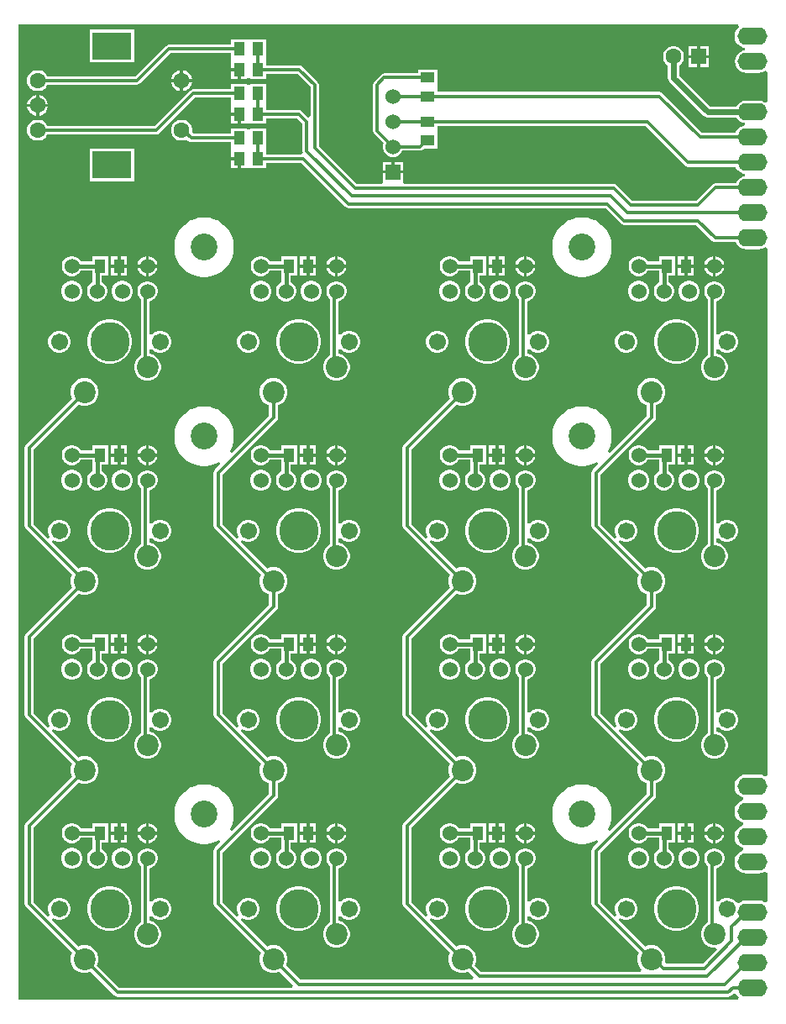
<source format=gtl>
G04*
G04 #@! TF.GenerationSoftware,Altium Limited,Altium Designer,22.5.1 (42)*
G04*
G04 Layer_Physical_Order=1*
G04 Layer_Color=255*
%FSLAX25Y25*%
%MOIN*%
G70*
G04*
G04 #@! TF.SameCoordinates,32CAE8D4-DEE8-46DF-9E53-7CF4BD0C5003*
G04*
G04*
G04 #@! TF.FilePolarity,Positive*
G04*
G01*
G75*
%ADD26R,0.05512X0.04331*%
%ADD27R,0.04331X0.05512*%
%ADD28C,0.01181*%
%ADD29C,0.02362*%
%ADD30C,0.01575*%
%ADD31R,0.15748X0.11024*%
%ADD32O,0.11811X0.06890*%
%ADD33R,0.06000X0.06000*%
%ADD34C,0.06000*%
%ADD35C,0.06299*%
%ADD36R,0.06299X0.06299*%
%ADD37C,0.06700*%
%ADD38C,0.08661*%
%ADD39C,0.15700*%
%ADD40C,0.10630*%
%ADD41C,0.01968*%
G36*
X287356Y387343D02*
X286858Y386961D01*
X286117Y385994D01*
X285650Y384869D01*
X285492Y383661D01*
X285650Y382454D01*
X286117Y381329D01*
X286858Y380362D01*
X287825Y379621D01*
X288950Y379154D01*
X289558Y379074D01*
Y378066D01*
X288997Y377992D01*
X287916Y377544D01*
X286987Y376832D01*
X286275Y375903D01*
X285827Y374822D01*
X285674Y373661D01*
X285827Y372501D01*
X286275Y371420D01*
X286987Y370491D01*
X287916Y369779D01*
X288997Y369331D01*
X290158Y369178D01*
X295079D01*
X296239Y369331D01*
X297320Y369779D01*
X297579Y369977D01*
X298579Y369484D01*
Y357839D01*
X297579Y357346D01*
X297320Y357544D01*
X296239Y357992D01*
X295079Y358145D01*
X290158D01*
X288997Y357992D01*
X287916Y357544D01*
X286987Y356832D01*
X286275Y355903D01*
X286267Y355885D01*
X275803D01*
X263562Y368126D01*
Y372083D01*
X263886Y372270D01*
X264659Y373043D01*
X265205Y373989D01*
X265488Y375044D01*
Y376137D01*
X265205Y377192D01*
X264659Y378138D01*
X263886Y378911D01*
X262940Y379457D01*
X261885Y379740D01*
X260792D01*
X259737Y379457D01*
X258791Y378911D01*
X258018Y378138D01*
X257472Y377192D01*
X257189Y376137D01*
Y375044D01*
X257472Y373989D01*
X258018Y373043D01*
X258791Y372270D01*
X259115Y372083D01*
Y367205D01*
X259115Y367205D01*
X259284Y366354D01*
X259766Y365632D01*
X273309Y352089D01*
X273309Y352089D01*
X274031Y351607D01*
X274882Y351438D01*
X286267D01*
X286275Y351420D01*
X286987Y350491D01*
X287916Y349779D01*
X288997Y349331D01*
X289558Y349257D01*
X289558Y348248D01*
X288950Y348168D01*
X287825Y347702D01*
X286858Y346961D01*
X286117Y345994D01*
X285898Y345468D01*
X272638D01*
X256946Y361159D01*
X256360Y361551D01*
X255669Y361689D01*
X167717D01*
Y363189D01*
X167611D01*
X167535Y364158D01*
X167535D01*
Y370488D01*
X160024D01*
Y368945D01*
X146457D01*
X145836Y368821D01*
X145310Y368470D01*
X142554Y365714D01*
X142202Y365188D01*
X142079Y364567D01*
Y346179D01*
X142202Y345558D01*
X142554Y345032D01*
X146247Y341339D01*
X145997Y340409D01*
Y339356D01*
X146270Y338338D01*
X146796Y337426D01*
X147541Y336681D01*
X148453Y336155D01*
X149470Y335882D01*
X150524D01*
X151541Y336155D01*
X152453Y336681D01*
X153198Y337426D01*
X153680Y338261D01*
X160748D01*
X161369Y338384D01*
X161895Y338736D01*
X162317Y339158D01*
X167535D01*
Y345488D01*
X167535D01*
X167611Y346457D01*
X167717D01*
Y348076D01*
X250157D01*
X265849Y332384D01*
X266435Y331993D01*
X267126Y331855D01*
X285898D01*
X286117Y331329D01*
X286858Y330362D01*
X287825Y329621D01*
X288950Y329154D01*
X289558Y329074D01*
X289558Y328066D01*
X288997Y327992D01*
X287916Y327544D01*
X286987Y326832D01*
X286275Y325903D01*
X286018Y325283D01*
X277913D01*
X277293Y325160D01*
X276767Y324808D01*
X270391Y318433D01*
X244935D01*
X238795Y324572D01*
X238269Y324923D01*
X237649Y325047D01*
X154395D01*
X153997Y325882D01*
X153997Y326047D01*
Y329292D01*
X145997D01*
Y326047D01*
X145997Y325882D01*
X145599Y325047D01*
X135514D01*
X120519Y340042D01*
Y364370D01*
X120396Y364991D01*
X120044Y365517D01*
X113942Y371619D01*
X113416Y371971D01*
X112795Y372094D01*
X99622D01*
Y374228D01*
X99622D01*
Y374984D01*
X99622D01*
Y382496D01*
X93291D01*
Y382283D01*
X92142D01*
Y382496D01*
X85811D01*
Y380362D01*
X61024D01*
X60403Y380238D01*
X59877Y379887D01*
X47705Y367715D01*
X12810D01*
X12275Y368641D01*
X11502Y369414D01*
X10556Y369960D01*
X9501Y370243D01*
X8408D01*
X7353Y369960D01*
X6407Y369414D01*
X5634Y368641D01*
X5088Y367695D01*
X4805Y366639D01*
Y365547D01*
X5088Y364492D01*
X5634Y363545D01*
X6407Y362773D01*
X7353Y362226D01*
X8408Y361944D01*
X9501D01*
X10556Y362226D01*
X11502Y362773D01*
X12275Y363545D01*
X12810Y364472D01*
X48377D01*
X48997Y364595D01*
X49523Y364947D01*
X61695Y377118D01*
X85811D01*
Y374984D01*
X85811D01*
Y374228D01*
X85811D01*
Y371063D01*
X88976D01*
Y370472D01*
X89567D01*
Y366717D01*
X92142D01*
Y366929D01*
X93291D01*
Y366717D01*
X99622D01*
Y368851D01*
X112124D01*
X117276Y363698D01*
Y351983D01*
X116276Y351569D01*
X113942Y353903D01*
X113416Y354254D01*
X112795Y354378D01*
X99622D01*
Y356512D01*
X99622D01*
Y357268D01*
X99622D01*
Y364779D01*
X93291D01*
Y364567D01*
X92142D01*
Y364779D01*
X85811D01*
Y362645D01*
X70669D01*
X70049Y362522D01*
X69523Y362170D01*
X55382Y348030D01*
X12810D01*
X12275Y348956D01*
X11502Y349729D01*
X10556Y350275D01*
X9501Y350558D01*
X8408D01*
X7353Y350275D01*
X6407Y349729D01*
X5634Y348956D01*
X5088Y348010D01*
X4805Y346954D01*
Y345862D01*
X5088Y344807D01*
X5634Y343860D01*
X6407Y343088D01*
X7353Y342541D01*
X8408Y342259D01*
X9501D01*
X10556Y342541D01*
X11502Y343088D01*
X12275Y343860D01*
X12810Y344786D01*
X56054D01*
X56674Y344910D01*
X57200Y345261D01*
X71341Y359402D01*
X85811D01*
Y357268D01*
X85811D01*
Y356512D01*
X85811D01*
Y353346D01*
X88976D01*
Y352756D01*
X89567D01*
Y349000D01*
X92142D01*
Y349213D01*
X93291D01*
Y349000D01*
X99622D01*
Y351134D01*
X112124D01*
X114126Y349131D01*
Y338066D01*
X114207Y337661D01*
X113817Y336946D01*
X113571Y336661D01*
X99622D01*
Y338795D01*
X99622D01*
Y339551D01*
X99622D01*
Y347063D01*
X93291D01*
Y346850D01*
X92142D01*
Y347063D01*
X85811D01*
Y344929D01*
X70857D01*
X70164Y345760D01*
X70191Y345862D01*
Y346954D01*
X69908Y348010D01*
X69362Y348956D01*
X68589Y349729D01*
X67643Y350275D01*
X66588Y350558D01*
X65495D01*
X64439Y350275D01*
X63493Y349729D01*
X62721Y348956D01*
X62174Y348010D01*
X61892Y346954D01*
Y345862D01*
X62174Y344807D01*
X62721Y343860D01*
X63493Y343088D01*
X64439Y342541D01*
X65495Y342259D01*
X66588D01*
X67643Y342541D01*
X68105Y342808D01*
X68753Y342160D01*
X69279Y341809D01*
X69900Y341685D01*
X85811D01*
Y339551D01*
X85811D01*
Y338795D01*
X85811D01*
Y335630D01*
X88976D01*
Y335039D01*
X89567D01*
Y331283D01*
X92142D01*
Y331496D01*
X93291D01*
Y331283D01*
X99622D01*
Y333418D01*
X113648D01*
X131087Y315979D01*
X131613Y315628D01*
X132233Y315504D01*
X232283D01*
X232283Y315504D01*
X234368D01*
X240507Y309365D01*
X241033Y309014D01*
X241653Y308890D01*
X270391D01*
X276767Y302515D01*
X277293Y302163D01*
X277913Y302040D01*
X286018D01*
X286275Y301420D01*
X286987Y300491D01*
X287916Y299779D01*
X288997Y299331D01*
X290158Y299178D01*
X295079D01*
X296239Y299331D01*
X297320Y299779D01*
X297579Y299977D01*
X298579Y299484D01*
Y90508D01*
X297579Y90015D01*
X297412Y90143D01*
X296286Y90609D01*
X295079Y90768D01*
X290158D01*
X288950Y90609D01*
X287825Y90143D01*
X286858Y89402D01*
X286117Y88435D01*
X285650Y87310D01*
X285492Y86102D01*
X285650Y84895D01*
X286117Y83769D01*
X286858Y82803D01*
X287825Y82062D01*
X288950Y81595D01*
Y80609D01*
X287825Y80143D01*
X286858Y79402D01*
X286117Y78435D01*
X285650Y77310D01*
X285492Y76102D01*
X285650Y74895D01*
X286117Y73769D01*
X286858Y72803D01*
X287825Y72062D01*
X288950Y71596D01*
Y70609D01*
X287825Y70143D01*
X286858Y69402D01*
X286117Y68435D01*
X285650Y67310D01*
X285492Y66102D01*
X285650Y64895D01*
X286117Y63769D01*
X286858Y62803D01*
X287825Y62062D01*
X288950Y61595D01*
Y60609D01*
X287825Y60143D01*
X286858Y59402D01*
X286117Y58435D01*
X285650Y57310D01*
X285492Y56102D01*
X285650Y54895D01*
X286117Y53769D01*
X286858Y52803D01*
X287825Y52062D01*
X288950Y51595D01*
X290158Y51437D01*
X295079D01*
X296286Y51595D01*
X297412Y52062D01*
X297579Y52190D01*
X298579Y51697D01*
Y40508D01*
X297579Y40015D01*
X297412Y40143D01*
X296286Y40609D01*
X295079Y40768D01*
X290158D01*
X288950Y40609D01*
X287825Y40143D01*
X287356Y39784D01*
X286163Y39941D01*
X286069Y40013D01*
X285978Y40171D01*
X285168Y40981D01*
X284176Y41554D01*
X283070Y41850D01*
X281924D01*
X280818Y41554D01*
X279826Y40981D01*
X279196Y40350D01*
X278451Y40540D01*
X278196Y40706D01*
Y53546D01*
X279041Y53773D01*
X279953Y54299D01*
X280698Y55044D01*
X281224Y55956D01*
X281497Y56973D01*
Y58027D01*
X281224Y59044D01*
X280698Y59956D01*
X279953Y60701D01*
X279041Y61227D01*
X278024Y61500D01*
X276971D01*
X275953Y61227D01*
X275041Y60701D01*
X274296Y59956D01*
X273770Y59044D01*
X273497Y58027D01*
Y56973D01*
X273770Y55956D01*
X274296Y55044D01*
X274952Y54388D01*
Y32186D01*
X274224Y31766D01*
X273232Y30773D01*
X272530Y29558D01*
X272166Y28202D01*
Y26798D01*
X272530Y25442D01*
X273232Y24227D01*
X274224Y23234D01*
X275440Y22533D01*
X276795Y22169D01*
X278043D01*
X278320Y21790D01*
X278504Y21216D01*
X272874Y15586D01*
X258672D01*
X257934Y16494D01*
X258009Y16774D01*
Y18226D01*
X257633Y19627D01*
X256908Y20884D01*
X255881Y21911D01*
X254625Y22636D01*
X253223Y23012D01*
X251771D01*
X250370Y22636D01*
X250082Y22470D01*
X239498Y33054D01*
X240112Y33854D01*
X240818Y33446D01*
X241924Y33150D01*
X243070D01*
X244176Y33446D01*
X245168Y34019D01*
X245978Y34829D01*
X246551Y35821D01*
X246847Y36927D01*
Y38073D01*
X246551Y39179D01*
X245978Y40171D01*
X245168Y40981D01*
X244176Y41554D01*
X243070Y41850D01*
X241924D01*
X240818Y41554D01*
X239826Y40981D01*
X239016Y40171D01*
X238444Y39179D01*
X238147Y38073D01*
Y36927D01*
X238444Y35821D01*
X238851Y35114D01*
X238051Y34500D01*
X232318Y40233D01*
Y59685D01*
X253774Y81141D01*
X254166Y81727D01*
X254304Y82418D01*
Y87278D01*
X254625Y87364D01*
X255881Y88089D01*
X256908Y89116D01*
X257633Y90372D01*
X258009Y91774D01*
Y93226D01*
X257633Y94627D01*
X256908Y95884D01*
X255881Y96910D01*
X254625Y97636D01*
X253223Y98012D01*
X251771D01*
X250370Y97636D01*
X250082Y97470D01*
X239498Y108054D01*
X240112Y108854D01*
X240818Y108446D01*
X241924Y108150D01*
X243070D01*
X244176Y108446D01*
X245168Y109019D01*
X245978Y109829D01*
X246551Y110821D01*
X246847Y111927D01*
Y113073D01*
X246551Y114179D01*
X245978Y115171D01*
X245168Y115981D01*
X244176Y116553D01*
X243070Y116850D01*
X241924D01*
X240818Y116553D01*
X239826Y115981D01*
X239016Y115171D01*
X238444Y114179D01*
X238147Y113073D01*
Y111927D01*
X238444Y110821D01*
X238851Y110114D01*
X238051Y109500D01*
X232318Y115233D01*
Y134685D01*
X253774Y156141D01*
X254166Y156727D01*
X254304Y157418D01*
Y162278D01*
X254625Y162364D01*
X255881Y163090D01*
X256908Y164116D01*
X257633Y165373D01*
X258009Y166775D01*
Y168226D01*
X257633Y169628D01*
X256908Y170885D01*
X255881Y171911D01*
X254625Y172637D01*
X253223Y173012D01*
X251771D01*
X250370Y172637D01*
X250082Y172471D01*
X239498Y183055D01*
X240112Y183855D01*
X240818Y183447D01*
X241924Y183151D01*
X243070D01*
X244176Y183447D01*
X245168Y184020D01*
X245978Y184830D01*
X246551Y185822D01*
X246847Y186928D01*
Y188073D01*
X246551Y189180D01*
X245978Y190172D01*
X245168Y190981D01*
X244176Y191554D01*
X243070Y191851D01*
X241924D01*
X240818Y191554D01*
X239826Y190981D01*
X239016Y190172D01*
X238444Y189180D01*
X238147Y188073D01*
Y186928D01*
X238444Y185822D01*
X238851Y185115D01*
X238051Y184501D01*
X232318Y190234D01*
Y209685D01*
X253774Y231142D01*
X254166Y231728D01*
X254304Y232419D01*
Y237278D01*
X254625Y237365D01*
X255881Y238090D01*
X256908Y239116D01*
X257633Y240373D01*
X258009Y241775D01*
Y243226D01*
X257633Y244628D01*
X256908Y245885D01*
X255881Y246911D01*
X254625Y247637D01*
X253223Y248012D01*
X251771D01*
X250370Y247637D01*
X249113Y246911D01*
X248087Y245885D01*
X247361Y244628D01*
X246985Y243226D01*
Y241775D01*
X247361Y240373D01*
X248087Y239116D01*
X249113Y238090D01*
X250370Y237365D01*
X250691Y237278D01*
Y233167D01*
X236055Y218532D01*
X235255Y219146D01*
X235613Y219766D01*
X236205Y221196D01*
X236606Y222691D01*
X236808Y224226D01*
X236808Y225001D01*
X236808Y225775D01*
X236606Y227310D01*
X236205Y228805D01*
X235613Y230236D01*
X234839Y231577D01*
X233896Y232805D01*
X232801Y233900D01*
X231573Y234842D01*
X230232Y235616D01*
X228802Y236209D01*
X227306Y236610D01*
X225985Y236784D01*
X225771Y236812D01*
X224997Y236812D01*
X224997Y236812D01*
Y236812D01*
X224223Y236812D01*
X224009Y236784D01*
X222688Y236610D01*
X221192Y236209D01*
X219762Y235616D01*
X218421Y234842D01*
X217193Y233900D01*
X216098Y232805D01*
X215156Y231577D01*
X214381Y230236D01*
X213789Y228805D01*
X213388Y227310D01*
X213186Y225775D01*
Y224226D01*
X213388Y222691D01*
X213789Y221196D01*
X214381Y219766D01*
X215156Y218425D01*
X216098Y217196D01*
X217193Y216102D01*
X218421Y215159D01*
X219762Y214385D01*
X221192Y213792D01*
X222688Y213392D01*
X224223Y213190D01*
X224997D01*
X225771Y213190D01*
X227306Y213392D01*
X228802Y213792D01*
X230232Y214385D01*
X230852Y214743D01*
X231466Y213943D01*
X229235Y211711D01*
X228843Y211125D01*
X228706Y210434D01*
Y189486D01*
X228843Y188795D01*
X229235Y188209D01*
X247527Y169916D01*
X247361Y169628D01*
X246985Y168226D01*
Y166775D01*
X247361Y165373D01*
X248087Y164116D01*
X249113Y163090D01*
X250370Y162364D01*
X250691Y162278D01*
Y158167D01*
X229235Y136710D01*
X228843Y136124D01*
X228706Y135433D01*
Y114485D01*
X228843Y113794D01*
X229235Y113208D01*
X247527Y94915D01*
X247361Y94627D01*
X246985Y93226D01*
Y91774D01*
X247361Y90372D01*
X248087Y89116D01*
X249113Y88089D01*
X250370Y87364D01*
X250691Y87278D01*
Y83167D01*
X236055Y68531D01*
X235255Y69145D01*
X235613Y69765D01*
X236205Y71195D01*
X236606Y72691D01*
X236808Y74226D01*
X236808Y75000D01*
X236808Y75774D01*
X236606Y77309D01*
X236205Y78804D01*
X235613Y80235D01*
X234839Y81576D01*
X233896Y82804D01*
X232801Y83899D01*
X231573Y84841D01*
X230232Y85616D01*
X228802Y86208D01*
X227306Y86609D01*
X225985Y86783D01*
X225771Y86811D01*
X224997Y86811D01*
X224997Y86811D01*
Y86811D01*
X224223Y86811D01*
X224009Y86783D01*
X222688Y86609D01*
X221192Y86208D01*
X219762Y85616D01*
X218421Y84841D01*
X217193Y83899D01*
X216098Y82804D01*
X215156Y81576D01*
X214381Y80235D01*
X213789Y78804D01*
X213388Y77309D01*
X213186Y75774D01*
Y74226D01*
X213388Y72691D01*
X213789Y71195D01*
X214381Y69765D01*
X215156Y68424D01*
X216098Y67196D01*
X217193Y66101D01*
X218421Y65158D01*
X219762Y64384D01*
X221192Y63792D01*
X222688Y63391D01*
X224223Y63189D01*
X224997D01*
X225771Y63189D01*
X227306Y63391D01*
X228802Y63792D01*
X230232Y64384D01*
X230852Y64742D01*
X231466Y63942D01*
X229235Y61710D01*
X228843Y61124D01*
X228706Y60433D01*
Y39485D01*
X228843Y38794D01*
X229235Y38208D01*
X247527Y19915D01*
X247361Y19627D01*
X246985Y18226D01*
Y16774D01*
X247361Y15372D01*
X248087Y14116D01*
X248766Y13436D01*
X248352Y12436D01*
X185115D01*
X182467Y15085D01*
X182633Y15372D01*
X183009Y16774D01*
Y18226D01*
X182633Y19627D01*
X181908Y20884D01*
X180881Y21911D01*
X179625Y22636D01*
X178223Y23012D01*
X176771D01*
X175370Y22636D01*
X175082Y22470D01*
X164498Y33054D01*
X165112Y33854D01*
X165818Y33446D01*
X166924Y33150D01*
X168070D01*
X169176Y33446D01*
X170168Y34019D01*
X170978Y34829D01*
X171551Y35821D01*
X171847Y36927D01*
Y38073D01*
X171551Y39179D01*
X170978Y40171D01*
X170168Y40981D01*
X169176Y41554D01*
X168070Y41850D01*
X166924D01*
X165818Y41554D01*
X164826Y40981D01*
X164016Y40171D01*
X163444Y39179D01*
X163147Y38073D01*
Y36927D01*
X163444Y35821D01*
X163851Y35114D01*
X163051Y34500D01*
X157317Y40234D01*
Y69766D01*
X175082Y87530D01*
X175370Y87364D01*
X176771Y86988D01*
X178223D01*
X179625Y87364D01*
X180881Y88089D01*
X181908Y89116D01*
X182633Y90372D01*
X183009Y91774D01*
Y93226D01*
X182633Y94627D01*
X181908Y95884D01*
X180881Y96910D01*
X179625Y97636D01*
X178223Y98012D01*
X176771D01*
X175370Y97636D01*
X175082Y97470D01*
X164498Y108054D01*
X165112Y108854D01*
X165818Y108446D01*
X166924Y108150D01*
X168070D01*
X169176Y108446D01*
X170168Y109019D01*
X170978Y109829D01*
X171551Y110821D01*
X171847Y111927D01*
Y113073D01*
X171551Y114179D01*
X170978Y115171D01*
X170168Y115981D01*
X169176Y116553D01*
X168070Y116850D01*
X166924D01*
X165818Y116553D01*
X164826Y115981D01*
X164016Y115171D01*
X163444Y114179D01*
X163147Y113073D01*
Y111927D01*
X163444Y110821D01*
X163851Y110114D01*
X163051Y109500D01*
X157317Y115234D01*
Y144766D01*
X175082Y162531D01*
X175370Y162364D01*
X176771Y161989D01*
X178223D01*
X179625Y162364D01*
X180881Y163090D01*
X181908Y164116D01*
X182633Y165373D01*
X183009Y166775D01*
Y168226D01*
X182633Y169628D01*
X181908Y170885D01*
X180881Y171911D01*
X179625Y172637D01*
X178223Y173012D01*
X176771D01*
X175370Y172637D01*
X175082Y172471D01*
X164498Y183055D01*
X165112Y183855D01*
X165818Y183447D01*
X166924Y183151D01*
X168070D01*
X169176Y183447D01*
X170168Y184020D01*
X170978Y184830D01*
X171551Y185822D01*
X171847Y186928D01*
Y188073D01*
X171551Y189180D01*
X170978Y190172D01*
X170168Y190981D01*
X169176Y191554D01*
X168070Y191851D01*
X166924D01*
X165818Y191554D01*
X164826Y190981D01*
X164016Y190172D01*
X163444Y189180D01*
X163147Y188073D01*
Y186928D01*
X163444Y185822D01*
X163851Y185115D01*
X163051Y184501D01*
X157317Y190235D01*
Y219766D01*
X175082Y237531D01*
X175370Y237365D01*
X176771Y236989D01*
X178223D01*
X179625Y237365D01*
X180881Y238090D01*
X181908Y239116D01*
X182633Y240373D01*
X183009Y241775D01*
Y243226D01*
X182633Y244628D01*
X181908Y245885D01*
X180881Y246911D01*
X179625Y247637D01*
X178223Y248012D01*
X176771D01*
X175370Y247637D01*
X174113Y246911D01*
X173087Y245885D01*
X172361Y244628D01*
X171985Y243226D01*
Y241775D01*
X172361Y240373D01*
X172527Y240085D01*
X154234Y221792D01*
X153842Y221206D01*
X153705Y220515D01*
Y189487D01*
X153842Y188795D01*
X154234Y188209D01*
X172527Y169916D01*
X172361Y169628D01*
X171985Y168226D01*
Y166775D01*
X172361Y165373D01*
X172527Y165085D01*
X154234Y146792D01*
X153842Y146206D01*
X153705Y145515D01*
Y114486D01*
X153842Y113795D01*
X154234Y113209D01*
X172527Y94915D01*
X172361Y94627D01*
X171985Y93226D01*
Y91774D01*
X172361Y90372D01*
X172527Y90084D01*
X154234Y71791D01*
X153842Y71205D01*
X153705Y70514D01*
Y39486D01*
X153842Y38795D01*
X154234Y38209D01*
X172527Y19915D01*
X172361Y19627D01*
X171985Y18226D01*
Y16774D01*
X172361Y15372D01*
X173087Y14116D01*
X174113Y13090D01*
X175370Y12364D01*
X176771Y11988D01*
X178223D01*
X179625Y12364D01*
X179912Y12530D01*
X182156Y10287D01*
X181742Y9287D01*
X113265D01*
X107467Y15085D01*
X107633Y15372D01*
X108009Y16774D01*
Y18226D01*
X107633Y19627D01*
X106908Y20884D01*
X105881Y21911D01*
X104625Y22636D01*
X103223Y23012D01*
X101771D01*
X100370Y22636D01*
X100082Y22470D01*
X89498Y33054D01*
X90112Y33854D01*
X90818Y33446D01*
X91924Y33150D01*
X93070D01*
X94176Y33446D01*
X95168Y34019D01*
X95978Y34829D01*
X96551Y35821D01*
X96847Y36927D01*
Y38073D01*
X96551Y39179D01*
X95978Y40171D01*
X95168Y40981D01*
X94176Y41554D01*
X93070Y41850D01*
X91924D01*
X90818Y41554D01*
X89826Y40981D01*
X89016Y40171D01*
X88444Y39179D01*
X88147Y38073D01*
Y36927D01*
X88444Y35821D01*
X88851Y35114D01*
X88051Y34500D01*
X82318Y40233D01*
Y59685D01*
X103774Y81141D01*
X104166Y81727D01*
X104304Y82418D01*
Y87278D01*
X104625Y87364D01*
X105881Y88089D01*
X106908Y89116D01*
X107633Y90372D01*
X108009Y91774D01*
Y93226D01*
X107633Y94627D01*
X106908Y95884D01*
X105881Y96910D01*
X104625Y97636D01*
X103223Y98012D01*
X101771D01*
X100370Y97636D01*
X100082Y97470D01*
X89498Y108054D01*
X90112Y108854D01*
X90818Y108446D01*
X91924Y108150D01*
X93070D01*
X94176Y108446D01*
X95168Y109019D01*
X95978Y109829D01*
X96551Y110821D01*
X96847Y111927D01*
Y113073D01*
X96551Y114179D01*
X95978Y115171D01*
X95168Y115981D01*
X94176Y116553D01*
X93070Y116850D01*
X91924D01*
X90818Y116553D01*
X89826Y115981D01*
X89016Y115171D01*
X88444Y114179D01*
X88147Y113073D01*
Y111927D01*
X88444Y110821D01*
X88851Y110114D01*
X88051Y109500D01*
X82318Y115233D01*
Y134685D01*
X103774Y156141D01*
X104166Y156727D01*
X104304Y157418D01*
Y162278D01*
X104625Y162364D01*
X105881Y163090D01*
X106908Y164116D01*
X107633Y165373D01*
X108009Y166775D01*
Y168226D01*
X107633Y169628D01*
X106908Y170885D01*
X105881Y171911D01*
X104625Y172637D01*
X103223Y173012D01*
X101771D01*
X100370Y172637D01*
X100082Y172471D01*
X89498Y183055D01*
X90112Y183855D01*
X90818Y183447D01*
X91924Y183151D01*
X93070D01*
X94176Y183447D01*
X95168Y184020D01*
X95978Y184830D01*
X96551Y185822D01*
X96847Y186928D01*
Y188073D01*
X96551Y189180D01*
X95978Y190172D01*
X95168Y190981D01*
X94176Y191554D01*
X93070Y191851D01*
X91924D01*
X90818Y191554D01*
X89826Y190981D01*
X89016Y190172D01*
X88444Y189180D01*
X88147Y188073D01*
Y186928D01*
X88444Y185822D01*
X88851Y185115D01*
X88051Y184501D01*
X82318Y190234D01*
Y209685D01*
X103774Y231142D01*
X104166Y231728D01*
X104304Y232419D01*
Y237278D01*
X104625Y237365D01*
X105881Y238090D01*
X106908Y239116D01*
X107633Y240373D01*
X108009Y241775D01*
Y243226D01*
X107633Y244628D01*
X106908Y245885D01*
X105881Y246911D01*
X104625Y247637D01*
X103223Y248012D01*
X101771D01*
X100370Y247637D01*
X99113Y246911D01*
X98087Y245885D01*
X97361Y244628D01*
X96985Y243226D01*
Y241775D01*
X97361Y240373D01*
X98087Y239116D01*
X99113Y238090D01*
X100370Y237365D01*
X100691Y237278D01*
Y233167D01*
X86055Y218532D01*
X85255Y219146D01*
X85613Y219766D01*
X86205Y221196D01*
X86606Y222691D01*
X86808Y224226D01*
X86808Y225001D01*
X86808Y225775D01*
X86606Y227310D01*
X86205Y228805D01*
X85613Y230236D01*
X84839Y231577D01*
X83896Y232805D01*
X82801Y233900D01*
X81573Y234842D01*
X80232Y235616D01*
X78802Y236209D01*
X77306Y236610D01*
X75985Y236784D01*
X75771Y236812D01*
X74997Y236812D01*
X74997Y236812D01*
Y236812D01*
X74223Y236812D01*
X74009Y236784D01*
X72688Y236610D01*
X71192Y236209D01*
X69762Y235616D01*
X68421Y234842D01*
X67193Y233900D01*
X66098Y232805D01*
X65156Y231577D01*
X64381Y230236D01*
X63789Y228805D01*
X63388Y227310D01*
X63186Y225775D01*
Y224226D01*
X63388Y222691D01*
X63789Y221196D01*
X64381Y219766D01*
X65156Y218425D01*
X66098Y217196D01*
X67193Y216102D01*
X68421Y215159D01*
X69762Y214385D01*
X71192Y213792D01*
X72688Y213392D01*
X74223Y213190D01*
X74997D01*
X75771Y213190D01*
X77306Y213392D01*
X78802Y213792D01*
X80232Y214385D01*
X80852Y214743D01*
X81466Y213943D01*
X79234Y211711D01*
X78843Y211125D01*
X78705Y210434D01*
Y189486D01*
X78843Y188795D01*
X79234Y188209D01*
X97527Y169916D01*
X97361Y169628D01*
X96985Y168226D01*
Y166775D01*
X97361Y165373D01*
X98087Y164116D01*
X99113Y163090D01*
X100370Y162364D01*
X100691Y162278D01*
Y158167D01*
X79234Y136710D01*
X78843Y136124D01*
X78705Y135433D01*
Y114485D01*
X78843Y113794D01*
X79234Y113208D01*
X97527Y94915D01*
X97361Y94627D01*
X96985Y93226D01*
Y91774D01*
X97361Y90372D01*
X98087Y89116D01*
X99113Y88089D01*
X100370Y87364D01*
X100691Y87278D01*
Y83167D01*
X86055Y68531D01*
X85255Y69145D01*
X85613Y69765D01*
X86205Y71195D01*
X86606Y72691D01*
X86808Y74226D01*
X86808Y75000D01*
X86808Y75774D01*
X86606Y77309D01*
X86205Y78804D01*
X85613Y80235D01*
X84839Y81576D01*
X83896Y82804D01*
X82801Y83899D01*
X81573Y84841D01*
X80232Y85616D01*
X78802Y86208D01*
X77306Y86609D01*
X75985Y86783D01*
X75771Y86811D01*
X74997Y86811D01*
X74997Y86811D01*
Y86811D01*
X74223Y86811D01*
X74009Y86783D01*
X72688Y86609D01*
X71192Y86208D01*
X69762Y85616D01*
X68421Y84841D01*
X67193Y83899D01*
X66098Y82804D01*
X65156Y81576D01*
X64381Y80235D01*
X63789Y78804D01*
X63388Y77309D01*
X63186Y75774D01*
Y74226D01*
X63388Y72691D01*
X63789Y71195D01*
X64381Y69765D01*
X65156Y68424D01*
X66098Y67196D01*
X67193Y66101D01*
X68421Y65158D01*
X69762Y64384D01*
X71192Y63792D01*
X72688Y63391D01*
X74223Y63189D01*
X74997D01*
X75771Y63189D01*
X77306Y63391D01*
X78802Y63792D01*
X80232Y64384D01*
X80852Y64742D01*
X81466Y63942D01*
X79234Y61710D01*
X78843Y61124D01*
X78705Y60433D01*
Y39485D01*
X78843Y38794D01*
X79234Y38208D01*
X97527Y19915D01*
X97361Y19627D01*
X96985Y18226D01*
Y16774D01*
X97361Y15372D01*
X98087Y14116D01*
X99113Y13090D01*
X100370Y12364D01*
X101771Y11988D01*
X103223D01*
X104625Y12364D01*
X104912Y12530D01*
X110306Y7137D01*
X109891Y6137D01*
X41415D01*
X32468Y15085D01*
X32634Y15372D01*
X33010Y16774D01*
Y18226D01*
X32634Y19627D01*
X31908Y20884D01*
X30882Y21911D01*
X29625Y22636D01*
X28223Y23012D01*
X26772D01*
X25370Y22636D01*
X25082Y22470D01*
X14498Y33054D01*
X15112Y33854D01*
X15819Y33446D01*
X16925Y33150D01*
X18071D01*
X19177Y33446D01*
X20169Y34019D01*
X20979Y34829D01*
X21552Y35821D01*
X21848Y36927D01*
Y38073D01*
X21552Y39179D01*
X20979Y40171D01*
X20169Y40981D01*
X19177Y41554D01*
X18071Y41850D01*
X16925D01*
X15819Y41554D01*
X14827Y40981D01*
X14017Y40171D01*
X13444Y39179D01*
X13148Y38073D01*
Y36927D01*
X13444Y35821D01*
X13852Y35114D01*
X13052Y34500D01*
X7318Y40234D01*
Y69766D01*
X25082Y87530D01*
X25370Y87364D01*
X26772Y86988D01*
X28223D01*
X29625Y87364D01*
X30882Y88089D01*
X31908Y89116D01*
X32634Y90372D01*
X33010Y91774D01*
Y93226D01*
X32634Y94627D01*
X31908Y95884D01*
X30882Y96910D01*
X29625Y97636D01*
X28223Y98012D01*
X26772D01*
X25370Y97636D01*
X25082Y97470D01*
X14498Y108054D01*
X15112Y108854D01*
X15819Y108446D01*
X16925Y108150D01*
X18071D01*
X19177Y108446D01*
X20169Y109019D01*
X20979Y109829D01*
X21552Y110821D01*
X21848Y111927D01*
Y113073D01*
X21552Y114179D01*
X20979Y115171D01*
X20169Y115981D01*
X19177Y116553D01*
X18071Y116850D01*
X16925D01*
X15819Y116553D01*
X14827Y115981D01*
X14017Y115171D01*
X13444Y114179D01*
X13148Y113073D01*
Y111927D01*
X13444Y110821D01*
X13852Y110114D01*
X13052Y109500D01*
X7318Y115234D01*
Y144766D01*
X25082Y162531D01*
X25370Y162364D01*
X26772Y161989D01*
X28223D01*
X29625Y162364D01*
X30882Y163090D01*
X31908Y164116D01*
X32634Y165373D01*
X33010Y166775D01*
Y168226D01*
X32634Y169628D01*
X31908Y170885D01*
X30882Y171911D01*
X29625Y172637D01*
X28223Y173012D01*
X26772D01*
X25370Y172637D01*
X25082Y172471D01*
X14498Y183055D01*
X15112Y183855D01*
X15819Y183447D01*
X16925Y183151D01*
X18071D01*
X19177Y183447D01*
X20169Y184020D01*
X20979Y184830D01*
X21552Y185822D01*
X21848Y186928D01*
Y188073D01*
X21552Y189180D01*
X20979Y190172D01*
X20169Y190981D01*
X19177Y191554D01*
X18071Y191851D01*
X16925D01*
X15819Y191554D01*
X14827Y190981D01*
X14017Y190172D01*
X13444Y189180D01*
X13148Y188073D01*
Y186928D01*
X13444Y185822D01*
X13852Y185115D01*
X13052Y184501D01*
X7318Y190235D01*
Y219766D01*
X25082Y237531D01*
X25370Y237365D01*
X26772Y236989D01*
X28223D01*
X29625Y237365D01*
X30882Y238090D01*
X31908Y239116D01*
X32634Y240373D01*
X33010Y241775D01*
Y243226D01*
X32634Y244628D01*
X31908Y245885D01*
X30882Y246911D01*
X29625Y247637D01*
X28223Y248012D01*
X26772D01*
X25370Y247637D01*
X24114Y246911D01*
X23087Y245885D01*
X22362Y244628D01*
X21986Y243226D01*
Y241775D01*
X22362Y240373D01*
X22528Y240085D01*
X4234Y221792D01*
X3843Y221206D01*
X3705Y220515D01*
Y189487D01*
X3843Y188795D01*
X4234Y188209D01*
X22528Y169916D01*
X22362Y169628D01*
X21986Y168226D01*
Y166775D01*
X22362Y165373D01*
X22528Y165085D01*
X4234Y146792D01*
X3843Y146206D01*
X3705Y145515D01*
Y114486D01*
X3843Y113795D01*
X4234Y113209D01*
X22528Y94915D01*
X22362Y94627D01*
X21986Y93226D01*
Y91774D01*
X22362Y90372D01*
X22528Y90084D01*
X4234Y71791D01*
X3843Y71205D01*
X3705Y70514D01*
Y39486D01*
X3843Y38795D01*
X4234Y38209D01*
X22528Y19915D01*
X22362Y19627D01*
X21986Y18226D01*
Y16774D01*
X22362Y15372D01*
X23087Y14116D01*
X24114Y13090D01*
X25370Y12364D01*
X26772Y11988D01*
X28223D01*
X29625Y12364D01*
X29913Y12530D01*
X39390Y3053D01*
X39976Y2662D01*
X40667Y2524D01*
X283071D01*
X283762Y2662D01*
X284348Y3053D01*
X285043Y3748D01*
X285496Y3757D01*
X286274Y3565D01*
X286858Y2803D01*
X287356Y2421D01*
X287017Y1421D01*
X1421D01*
Y388343D01*
X287017D01*
X287356Y387343D01*
D02*
G37*
%LPC*%
G36*
X275488Y379740D02*
X271929D01*
Y376181D01*
X275488D01*
Y379740D01*
D02*
G37*
G36*
X270748D02*
X267189D01*
Y376181D01*
X270748D01*
Y379740D01*
D02*
G37*
G36*
X47356Y386385D02*
X29608D01*
Y373361D01*
X47356D01*
Y386385D01*
D02*
G37*
G36*
X275488Y375000D02*
X271929D01*
Y371441D01*
X275488D01*
Y375000D01*
D02*
G37*
G36*
X270748D02*
X267189D01*
Y371441D01*
X270748D01*
Y375000D01*
D02*
G37*
G36*
X88386Y369882D02*
X85811D01*
Y366717D01*
X88386D01*
Y369882D01*
D02*
G37*
G36*
X66632Y370231D02*
Y366684D01*
X70179D01*
X69908Y367695D01*
X69362Y368641D01*
X68589Y369414D01*
X67643Y369960D01*
X66632Y370231D01*
D02*
G37*
G36*
X65451Y370231D02*
X64439Y369960D01*
X63493Y369414D01*
X62721Y368641D01*
X62174Y367695D01*
X61904Y366684D01*
X65451D01*
Y370231D01*
D02*
G37*
G36*
Y365503D02*
X61904D01*
X62174Y364492D01*
X62721Y363545D01*
X63493Y362773D01*
X64439Y362226D01*
X65451Y361955D01*
Y365503D01*
D02*
G37*
G36*
X70179D02*
X66632D01*
Y361955D01*
X67643Y362226D01*
X68589Y362773D01*
X69362Y363545D01*
X69908Y364492D01*
X70179Y365503D01*
D02*
G37*
G36*
X9545Y360388D02*
Y356841D01*
X13092D01*
X12821Y357852D01*
X12275Y358799D01*
X11502Y359571D01*
X10556Y360118D01*
X9545Y360388D01*
D02*
G37*
G36*
X8364Y360388D02*
X7353Y360118D01*
X6407Y359571D01*
X5634Y358799D01*
X5088Y357852D01*
X4817Y356841D01*
X8364D01*
Y360388D01*
D02*
G37*
G36*
Y355660D02*
X4817D01*
X5088Y354649D01*
X5634Y353703D01*
X6407Y352930D01*
X7353Y352384D01*
X8364Y352113D01*
Y355660D01*
D02*
G37*
G36*
X13092D02*
X9545D01*
Y352113D01*
X10556Y352384D01*
X11502Y352930D01*
X12275Y353703D01*
X12821Y354649D01*
X13092Y355660D01*
D02*
G37*
G36*
X88386Y352165D02*
X85811D01*
Y349000D01*
X88386D01*
Y352165D01*
D02*
G37*
G36*
Y334449D02*
X85811D01*
Y331283D01*
X88386D01*
Y334449D01*
D02*
G37*
G36*
X153997Y333882D02*
X150588D01*
Y330473D01*
X153997D01*
Y333882D01*
D02*
G37*
G36*
X149407D02*
X145997D01*
Y330473D01*
X149407D01*
Y333882D01*
D02*
G37*
G36*
X47356Y339140D02*
X29608D01*
Y326117D01*
X47356D01*
Y339140D01*
D02*
G37*
G36*
X269403Y296257D02*
X266828D01*
Y293091D01*
X269403D01*
Y296257D01*
D02*
G37*
G36*
X194403D02*
X191828D01*
Y293091D01*
X194403D01*
Y296257D01*
D02*
G37*
G36*
X119403D02*
X116828D01*
Y293091D01*
X119403D01*
Y296257D01*
D02*
G37*
G36*
X44403D02*
X41829D01*
Y293091D01*
X44403D01*
Y296257D01*
D02*
G37*
G36*
X190647D02*
X188072D01*
Y293091D01*
X190647D01*
Y296257D01*
D02*
G37*
G36*
X265647D02*
X263072D01*
Y293091D01*
X265647D01*
Y296257D01*
D02*
G37*
G36*
X115647D02*
X113072D01*
Y293091D01*
X115647D01*
Y296257D01*
D02*
G37*
G36*
X40648D02*
X38073D01*
Y293091D01*
X40648D01*
Y296257D01*
D02*
G37*
G36*
X278088Y296483D02*
Y293091D01*
X281480D01*
X281224Y294045D01*
X280698Y294957D01*
X279953Y295702D01*
X279041Y296228D01*
X278088Y296483D01*
D02*
G37*
G36*
X203088D02*
Y293091D01*
X206480D01*
X206224Y294045D01*
X205698Y294957D01*
X204953Y295702D01*
X204041Y296228D01*
X203088Y296483D01*
D02*
G37*
G36*
X128088D02*
Y293091D01*
X131480D01*
X131225Y294045D01*
X130698Y294957D01*
X129953Y295702D01*
X129041Y296228D01*
X128088Y296483D01*
D02*
G37*
G36*
X53088D02*
Y293091D01*
X56481D01*
X56225Y294045D01*
X55699Y294957D01*
X54954Y295702D01*
X54042Y296228D01*
X53088Y296483D01*
D02*
G37*
G36*
X201907Y296483D02*
X200953Y296228D01*
X200041Y295702D01*
X199296Y294957D01*
X198770Y294045D01*
X198514Y293091D01*
X201907D01*
Y296483D01*
D02*
G37*
G36*
X126907D02*
X125953Y296228D01*
X125041Y295702D01*
X124296Y294957D01*
X123770Y294045D01*
X123514Y293091D01*
X126907D01*
Y296483D01*
D02*
G37*
G36*
X276907D02*
X275953Y296228D01*
X275041Y295702D01*
X274296Y294957D01*
X273770Y294045D01*
X273514Y293091D01*
X276907D01*
Y296483D01*
D02*
G37*
G36*
X51907D02*
X50954Y296228D01*
X50042Y295702D01*
X49297Y294957D01*
X48770Y294045D01*
X48515Y293091D01*
X51907D01*
Y296483D01*
D02*
G37*
G36*
X269403Y291910D02*
X266828D01*
Y288745D01*
X269403D01*
Y291910D01*
D02*
G37*
G36*
X265647D02*
X263072D01*
Y288745D01*
X265647D01*
Y291910D01*
D02*
G37*
G36*
X194403D02*
X191828D01*
Y288745D01*
X194403D01*
Y291910D01*
D02*
G37*
G36*
X190647D02*
X188072D01*
Y288745D01*
X190647D01*
Y291910D01*
D02*
G37*
G36*
X119403D02*
X116828D01*
Y288745D01*
X119403D01*
Y291910D01*
D02*
G37*
G36*
X115647D02*
X113072D01*
Y288745D01*
X115647D01*
Y291910D01*
D02*
G37*
G36*
X44403D02*
X41829D01*
Y288745D01*
X44403D01*
Y291910D01*
D02*
G37*
G36*
X40648D02*
X38073D01*
Y288745D01*
X40648D01*
Y291910D01*
D02*
G37*
G36*
X131480Y291910D02*
X128088D01*
Y288518D01*
X129041Y288773D01*
X129953Y289300D01*
X130698Y290045D01*
X131225Y290957D01*
X131480Y291910D01*
D02*
G37*
G36*
X56481D02*
X53088D01*
Y288518D01*
X54042Y288773D01*
X54954Y289300D01*
X55699Y290045D01*
X56225Y290957D01*
X56481Y291910D01*
D02*
G37*
G36*
X281480D02*
X278088D01*
Y288518D01*
X279041Y288773D01*
X279953Y289300D01*
X280698Y290045D01*
X281224Y290957D01*
X281480Y291910D01*
D02*
G37*
G36*
X206480D02*
X203088D01*
Y288518D01*
X204041Y288773D01*
X204953Y289300D01*
X205698Y290045D01*
X206224Y290957D01*
X206480Y291910D01*
D02*
G37*
G36*
X276907D02*
X273514D01*
X273770Y290957D01*
X274296Y290045D01*
X275041Y289300D01*
X275953Y288773D01*
X276907Y288518D01*
Y291910D01*
D02*
G37*
G36*
X201907D02*
X198514D01*
X198770Y290957D01*
X199296Y290045D01*
X200041Y289300D01*
X200953Y288773D01*
X201907Y288518D01*
Y291910D01*
D02*
G37*
G36*
X51907D02*
X48515D01*
X48770Y290957D01*
X49297Y290045D01*
X50042Y289300D01*
X50954Y288773D01*
X51907Y288518D01*
Y291910D01*
D02*
G37*
G36*
X126907D02*
X123514D01*
X123770Y290957D01*
X124296Y290045D01*
X125041Y289300D01*
X125953Y288773D01*
X126907Y288518D01*
Y291910D01*
D02*
G37*
G36*
X224223Y311812D02*
X224009Y311784D01*
X222688Y311610D01*
X221192Y311209D01*
X219762Y310616D01*
X218421Y309842D01*
X217193Y308900D01*
X216098Y307805D01*
X215156Y306577D01*
X214381Y305236D01*
X213789Y303805D01*
X213388Y302310D01*
X213186Y300775D01*
Y299226D01*
X213388Y297691D01*
X213789Y296196D01*
X214381Y294766D01*
X215156Y293425D01*
X216098Y292196D01*
X217193Y291102D01*
X218421Y290159D01*
X219762Y289385D01*
X221192Y288792D01*
X222688Y288392D01*
X224223Y288190D01*
X224997D01*
X225771Y288190D01*
X227306Y288392D01*
X228802Y288792D01*
X230232Y289385D01*
X231573Y290159D01*
X232801Y291102D01*
X233896Y292196D01*
X234839Y293425D01*
X235613Y294766D01*
X236205Y296196D01*
X236606Y297691D01*
X236808Y299226D01*
X236808Y300001D01*
X236808Y300775D01*
X236606Y302310D01*
X236205Y303805D01*
X235613Y305236D01*
X234839Y306577D01*
X233896Y307805D01*
X232801Y308900D01*
X231573Y309842D01*
X230232Y310616D01*
X228802Y311209D01*
X227306Y311610D01*
X225985Y311784D01*
X225771Y311812D01*
X224997Y311812D01*
X224997Y311812D01*
Y311812D01*
X224223Y311812D01*
D02*
G37*
G36*
X74223D02*
X74009Y311784D01*
X72688Y311610D01*
X71192Y311209D01*
X69762Y310616D01*
X68421Y309842D01*
X67193Y308900D01*
X66098Y307805D01*
X65156Y306577D01*
X64381Y305236D01*
X63789Y303805D01*
X63388Y302310D01*
X63186Y300775D01*
Y299226D01*
X63388Y297691D01*
X63789Y296196D01*
X64381Y294766D01*
X65156Y293425D01*
X66098Y292196D01*
X67193Y291102D01*
X68421Y290159D01*
X69762Y289385D01*
X71192Y288792D01*
X72688Y288392D01*
X74223Y288190D01*
X74997D01*
X75771Y288190D01*
X77306Y288392D01*
X78802Y288792D01*
X80232Y289385D01*
X81573Y290159D01*
X82801Y291102D01*
X83896Y292196D01*
X84839Y293425D01*
X85613Y294766D01*
X86205Y296196D01*
X86606Y297691D01*
X86808Y299226D01*
X86808Y300001D01*
X86808Y300775D01*
X86606Y302310D01*
X86205Y303805D01*
X85613Y305236D01*
X84839Y306577D01*
X83896Y307805D01*
X82801Y308900D01*
X81573Y309842D01*
X80232Y310616D01*
X78802Y311209D01*
X77306Y311610D01*
X75985Y311784D01*
X75771Y311812D01*
X74997Y311812D01*
X74997Y311812D01*
Y311812D01*
X74223Y311812D01*
D02*
G37*
G36*
X248024Y296501D02*
X246971D01*
X245953Y296228D01*
X245041Y295702D01*
X244296Y294957D01*
X243770Y294045D01*
X243497Y293027D01*
Y291974D01*
X243770Y290957D01*
X244296Y290045D01*
X245041Y289300D01*
X245953Y288773D01*
X246971Y288501D01*
X248024D01*
X249041Y288773D01*
X249953Y289300D01*
X250698Y290045D01*
X251064Y290678D01*
X255592D01*
Y288745D01*
X255675D01*
Y286067D01*
X255041Y285701D01*
X254296Y284957D01*
X253770Y284045D01*
X253497Y283027D01*
Y281974D01*
X253770Y280957D01*
X254296Y280045D01*
X255041Y279300D01*
X255953Y278773D01*
X256971Y278501D01*
X258024D01*
X259041Y278773D01*
X259953Y279300D01*
X260698Y280045D01*
X261225Y280957D01*
X261497Y281974D01*
Y283027D01*
X261225Y284045D01*
X260698Y284957D01*
X259953Y285701D01*
X259319Y286067D01*
Y288745D01*
X261922D01*
Y296257D01*
X255592D01*
Y294323D01*
X251064D01*
X250698Y294957D01*
X249953Y295702D01*
X249041Y296228D01*
X248024Y296501D01*
D02*
G37*
G36*
X173024D02*
X171970D01*
X170953Y296228D01*
X170041Y295702D01*
X169296Y294957D01*
X168770Y294045D01*
X168497Y293027D01*
Y291974D01*
X168770Y290957D01*
X169296Y290045D01*
X170041Y289300D01*
X170953Y288773D01*
X171970Y288501D01*
X173024D01*
X174041Y288773D01*
X174953Y289300D01*
X175698Y290045D01*
X176064Y290678D01*
X180592D01*
Y288745D01*
X180675D01*
Y286067D01*
X180041Y285701D01*
X179296Y284957D01*
X178770Y284045D01*
X178497Y283027D01*
Y281974D01*
X178770Y280957D01*
X179296Y280045D01*
X180041Y279300D01*
X180953Y278773D01*
X181971Y278501D01*
X183024D01*
X184041Y278773D01*
X184953Y279300D01*
X185698Y280045D01*
X186224Y280957D01*
X186497Y281974D01*
Y283027D01*
X186224Y284045D01*
X185698Y284957D01*
X184953Y285701D01*
X184319Y286067D01*
Y288745D01*
X186922D01*
Y296257D01*
X180592D01*
Y294323D01*
X176064D01*
X175698Y294957D01*
X174953Y295702D01*
X174041Y296228D01*
X173024Y296501D01*
D02*
G37*
G36*
X98024D02*
X96970D01*
X95953Y296228D01*
X95041Y295702D01*
X94296Y294957D01*
X93770Y294045D01*
X93497Y293027D01*
Y291974D01*
X93770Y290957D01*
X94296Y290045D01*
X95041Y289300D01*
X95953Y288773D01*
X96970Y288501D01*
X98024D01*
X99041Y288773D01*
X99953Y289300D01*
X100698Y290045D01*
X101064Y290678D01*
X105592D01*
Y288745D01*
X105675D01*
Y286067D01*
X105041Y285701D01*
X104296Y284957D01*
X103770Y284045D01*
X103497Y283027D01*
Y281974D01*
X103770Y280957D01*
X104296Y280045D01*
X105041Y279300D01*
X105953Y278773D01*
X106971Y278501D01*
X108024D01*
X109041Y278773D01*
X109953Y279300D01*
X110698Y280045D01*
X111224Y280957D01*
X111497Y281974D01*
Y283027D01*
X111224Y284045D01*
X110698Y284957D01*
X109953Y285701D01*
X109319Y286067D01*
Y288745D01*
X111922D01*
Y296257D01*
X105592D01*
Y294323D01*
X101064D01*
X100698Y294957D01*
X99953Y295702D01*
X99041Y296228D01*
X98024Y296501D01*
D02*
G37*
G36*
X23024D02*
X21971D01*
X20954Y296228D01*
X20042Y295702D01*
X19297Y294957D01*
X18770Y294045D01*
X18498Y293027D01*
Y291974D01*
X18770Y290957D01*
X19297Y290045D01*
X20042Y289300D01*
X20954Y288773D01*
X21971Y288501D01*
X23024D01*
X24042Y288773D01*
X24954Y289300D01*
X25699Y290045D01*
X26065Y290678D01*
X30592D01*
Y288745D01*
X30676D01*
Y286067D01*
X30042Y285701D01*
X29297Y284957D01*
X28771Y284045D01*
X28498Y283027D01*
Y281974D01*
X28771Y280957D01*
X29297Y280045D01*
X30042Y279300D01*
X30954Y278773D01*
X31971Y278501D01*
X33024D01*
X34042Y278773D01*
X34954Y279300D01*
X35699Y280045D01*
X36225Y280957D01*
X36498Y281974D01*
Y283027D01*
X36225Y284045D01*
X35699Y284957D01*
X34954Y285701D01*
X34320Y286067D01*
Y288745D01*
X36923D01*
Y296257D01*
X30592D01*
Y294323D01*
X26065D01*
X25699Y294957D01*
X24954Y295702D01*
X24042Y296228D01*
X23024Y296501D01*
D02*
G37*
G36*
X268048Y286682D02*
X266947D01*
X265883Y286397D01*
X264930Y285846D01*
X264151Y285068D01*
X263601Y284115D01*
X263316Y283051D01*
Y281950D01*
X263601Y280887D01*
X264151Y279933D01*
X264930Y279155D01*
X265883Y278605D01*
X266947Y278320D01*
X268048D01*
X269111Y278605D01*
X270064Y279155D01*
X270843Y279933D01*
X271393Y280887D01*
X271678Y281950D01*
Y283051D01*
X271393Y284115D01*
X270843Y285068D01*
X270064Y285846D01*
X269111Y286397D01*
X268048Y286682D01*
D02*
G37*
G36*
X248048D02*
X246947D01*
X245883Y286397D01*
X244930Y285846D01*
X244151Y285068D01*
X243601Y284115D01*
X243316Y283051D01*
Y281950D01*
X243601Y280887D01*
X244151Y279933D01*
X244930Y279155D01*
X245883Y278605D01*
X246947Y278320D01*
X248048D01*
X249111Y278605D01*
X250064Y279155D01*
X250843Y279933D01*
X251393Y280887D01*
X251678Y281950D01*
Y283051D01*
X251393Y284115D01*
X250843Y285068D01*
X250064Y285846D01*
X249111Y286397D01*
X248048Y286682D01*
D02*
G37*
G36*
X193048D02*
X191947D01*
X190883Y286397D01*
X189930Y285846D01*
X189151Y285068D01*
X188601Y284115D01*
X188316Y283051D01*
Y281950D01*
X188601Y280887D01*
X189151Y279933D01*
X189930Y279155D01*
X190883Y278605D01*
X191947Y278320D01*
X193048D01*
X194111Y278605D01*
X195064Y279155D01*
X195843Y279933D01*
X196393Y280887D01*
X196678Y281950D01*
Y283051D01*
X196393Y284115D01*
X195843Y285068D01*
X195064Y285846D01*
X194111Y286397D01*
X193048Y286682D01*
D02*
G37*
G36*
X173048D02*
X171947D01*
X170883Y286397D01*
X169930Y285846D01*
X169151Y285068D01*
X168601Y284115D01*
X168316Y283051D01*
Y281950D01*
X168601Y280887D01*
X169151Y279933D01*
X169930Y279155D01*
X170883Y278605D01*
X171947Y278320D01*
X173048D01*
X174111Y278605D01*
X175064Y279155D01*
X175843Y279933D01*
X176393Y280887D01*
X176678Y281950D01*
Y283051D01*
X176393Y284115D01*
X175843Y285068D01*
X175064Y285846D01*
X174111Y286397D01*
X173048Y286682D01*
D02*
G37*
G36*
X118048D02*
X116947D01*
X115883Y286397D01*
X114930Y285846D01*
X114151Y285068D01*
X113601Y284115D01*
X113316Y283051D01*
Y281950D01*
X113601Y280887D01*
X114151Y279933D01*
X114930Y279155D01*
X115883Y278605D01*
X116947Y278320D01*
X118048D01*
X119111Y278605D01*
X120064Y279155D01*
X120843Y279933D01*
X121393Y280887D01*
X121678Y281950D01*
Y283051D01*
X121393Y284115D01*
X120843Y285068D01*
X120064Y285846D01*
X119111Y286397D01*
X118048Y286682D01*
D02*
G37*
G36*
X98048D02*
X96947D01*
X95883Y286397D01*
X94930Y285846D01*
X94151Y285068D01*
X93601Y284115D01*
X93316Y283051D01*
Y281950D01*
X93601Y280887D01*
X94151Y279933D01*
X94930Y279155D01*
X95883Y278605D01*
X96947Y278320D01*
X98048D01*
X99111Y278605D01*
X100064Y279155D01*
X100843Y279933D01*
X101393Y280887D01*
X101678Y281950D01*
Y283051D01*
X101393Y284115D01*
X100843Y285068D01*
X100064Y285846D01*
X99111Y286397D01*
X98048Y286682D01*
D02*
G37*
G36*
X43048D02*
X41947D01*
X40884Y286397D01*
X39931Y285846D01*
X39152Y285068D01*
X38602Y284115D01*
X38317Y283051D01*
Y281950D01*
X38602Y280887D01*
X39152Y279933D01*
X39931Y279155D01*
X40884Y278605D01*
X41947Y278320D01*
X43048D01*
X44112Y278605D01*
X45065Y279155D01*
X45844Y279933D01*
X46394Y280887D01*
X46679Y281950D01*
Y283051D01*
X46394Y284115D01*
X45844Y285068D01*
X45065Y285846D01*
X44112Y286397D01*
X43048Y286682D01*
D02*
G37*
G36*
X23048D02*
X21948D01*
X20884Y286397D01*
X19931Y285846D01*
X19152Y285068D01*
X18602Y284115D01*
X18317Y283051D01*
Y281950D01*
X18602Y280887D01*
X19152Y279933D01*
X19931Y279155D01*
X20884Y278605D01*
X21948Y278320D01*
X23048D01*
X24112Y278605D01*
X25065Y279155D01*
X25844Y279933D01*
X26394Y280887D01*
X26679Y281950D01*
Y283051D01*
X26394Y284115D01*
X25844Y285068D01*
X25065Y285846D01*
X24112Y286397D01*
X23048Y286682D01*
D02*
G37*
G36*
X278024Y286501D02*
X276971D01*
X275953Y286228D01*
X275041Y285701D01*
X274296Y284957D01*
X273770Y284045D01*
X273497Y283027D01*
Y281974D01*
X273770Y280957D01*
X274296Y280045D01*
X274952Y279389D01*
Y257187D01*
X274224Y256766D01*
X273232Y255774D01*
X272530Y254558D01*
X272166Y253203D01*
Y251799D01*
X272530Y250443D01*
X273232Y249227D01*
X274224Y248235D01*
X275440Y247533D01*
X276795Y247170D01*
X278199D01*
X279555Y247533D01*
X280770Y248235D01*
X281763Y249227D01*
X282465Y250443D01*
X282828Y251799D01*
Y253203D01*
X282465Y254558D01*
X281763Y255774D01*
X280770Y256766D01*
X279555Y257468D01*
X278199Y257831D01*
X278196D01*
Y259295D01*
X278451Y259461D01*
X279196Y259650D01*
X279826Y259020D01*
X280818Y258447D01*
X281924Y258151D01*
X283070D01*
X284176Y258447D01*
X285168Y259020D01*
X285978Y259830D01*
X286551Y260822D01*
X286847Y261928D01*
Y263073D01*
X286551Y264180D01*
X285978Y265172D01*
X285168Y265982D01*
X284176Y266554D01*
X283070Y266851D01*
X281924D01*
X280818Y266554D01*
X279826Y265982D01*
X279196Y265351D01*
X278451Y265540D01*
X278196Y265707D01*
Y278547D01*
X279041Y278773D01*
X279953Y279300D01*
X280698Y280045D01*
X281224Y280957D01*
X281497Y281974D01*
Y283027D01*
X281224Y284045D01*
X280698Y284957D01*
X279953Y285701D01*
X279041Y286228D01*
X278024Y286501D01*
D02*
G37*
G36*
X243070Y266851D02*
X241924D01*
X240818Y266554D01*
X239826Y265982D01*
X239016Y265172D01*
X238444Y264180D01*
X238147Y263073D01*
Y261928D01*
X238444Y260822D01*
X239016Y259830D01*
X239826Y259020D01*
X240818Y258447D01*
X241924Y258151D01*
X243070D01*
X244176Y258447D01*
X245168Y259020D01*
X245978Y259830D01*
X246551Y260822D01*
X246847Y261928D01*
Y263073D01*
X246551Y264180D01*
X245978Y265172D01*
X245168Y265982D01*
X244176Y266554D01*
X243070Y266851D01*
D02*
G37*
G36*
X203024Y286501D02*
X201971D01*
X200953Y286228D01*
X200041Y285701D01*
X199296Y284957D01*
X198770Y284045D01*
X198497Y283027D01*
Y281974D01*
X198770Y280957D01*
X199296Y280045D01*
X199952Y279389D01*
Y257187D01*
X199224Y256766D01*
X198231Y255774D01*
X197530Y254558D01*
X197166Y253203D01*
Y251799D01*
X197530Y250443D01*
X198231Y249227D01*
X199224Y248235D01*
X200440Y247533D01*
X201795Y247170D01*
X203199D01*
X204555Y247533D01*
X205770Y248235D01*
X206763Y249227D01*
X207465Y250443D01*
X207828Y251799D01*
Y253203D01*
X207465Y254558D01*
X206763Y255774D01*
X205770Y256766D01*
X204555Y257468D01*
X203199Y257831D01*
X203196D01*
Y259295D01*
X203451Y259461D01*
X204196Y259650D01*
X204826Y259020D01*
X205818Y258447D01*
X206924Y258151D01*
X208070D01*
X209176Y258447D01*
X210168Y259020D01*
X210978Y259830D01*
X211551Y260822D01*
X211847Y261928D01*
Y263073D01*
X211551Y264180D01*
X210978Y265172D01*
X210168Y265982D01*
X209176Y266554D01*
X208070Y266851D01*
X206924D01*
X205818Y266554D01*
X204826Y265982D01*
X204196Y265351D01*
X203451Y265540D01*
X203196Y265707D01*
Y278547D01*
X204041Y278773D01*
X204953Y279300D01*
X205698Y280045D01*
X206224Y280957D01*
X206497Y281974D01*
Y283027D01*
X206224Y284045D01*
X205698Y284957D01*
X204953Y285701D01*
X204041Y286228D01*
X203024Y286501D01*
D02*
G37*
G36*
X168070Y266851D02*
X166924D01*
X165818Y266554D01*
X164826Y265982D01*
X164016Y265172D01*
X163444Y264180D01*
X163147Y263073D01*
Y261928D01*
X163444Y260822D01*
X164016Y259830D01*
X164826Y259020D01*
X165818Y258447D01*
X166924Y258151D01*
X168070D01*
X169176Y258447D01*
X170168Y259020D01*
X170978Y259830D01*
X171551Y260822D01*
X171847Y261928D01*
Y263073D01*
X171551Y264180D01*
X170978Y265172D01*
X170168Y265982D01*
X169176Y266554D01*
X168070Y266851D01*
D02*
G37*
G36*
X128024Y286501D02*
X126971D01*
X125953Y286228D01*
X125041Y285701D01*
X124296Y284957D01*
X123770Y284045D01*
X123497Y283027D01*
Y281974D01*
X123770Y280957D01*
X124296Y280045D01*
X124952Y279389D01*
Y257187D01*
X124224Y256766D01*
X123231Y255774D01*
X122530Y254558D01*
X122166Y253203D01*
Y251799D01*
X122530Y250443D01*
X123231Y249227D01*
X124224Y248235D01*
X125440Y247533D01*
X126795Y247170D01*
X128199D01*
X129555Y247533D01*
X130770Y248235D01*
X131763Y249227D01*
X132465Y250443D01*
X132828Y251799D01*
Y253203D01*
X132465Y254558D01*
X131763Y255774D01*
X130770Y256766D01*
X129555Y257468D01*
X128199Y257831D01*
X128196D01*
Y259295D01*
X128451Y259461D01*
X129196Y259650D01*
X129826Y259020D01*
X130818Y258447D01*
X131924Y258151D01*
X133070D01*
X134176Y258447D01*
X135168Y259020D01*
X135978Y259830D01*
X136551Y260822D01*
X136847Y261928D01*
Y263073D01*
X136551Y264180D01*
X135978Y265172D01*
X135168Y265982D01*
X134176Y266554D01*
X133070Y266851D01*
X131924D01*
X130818Y266554D01*
X129826Y265982D01*
X129196Y265351D01*
X128451Y265540D01*
X128196Y265707D01*
Y278547D01*
X129041Y278773D01*
X129953Y279300D01*
X130698Y280045D01*
X131225Y280957D01*
X131497Y281974D01*
Y283027D01*
X131225Y284045D01*
X130698Y284957D01*
X129953Y285701D01*
X129041Y286228D01*
X128024Y286501D01*
D02*
G37*
G36*
X93070Y266851D02*
X91924D01*
X90818Y266554D01*
X89826Y265982D01*
X89016Y265172D01*
X88444Y264180D01*
X88147Y263073D01*
Y261928D01*
X88444Y260822D01*
X89016Y259830D01*
X89826Y259020D01*
X90818Y258447D01*
X91924Y258151D01*
X93070D01*
X94176Y258447D01*
X95168Y259020D01*
X95978Y259830D01*
X96551Y260822D01*
X96847Y261928D01*
Y263073D01*
X96551Y264180D01*
X95978Y265172D01*
X95168Y265982D01*
X94176Y266554D01*
X93070Y266851D01*
D02*
G37*
G36*
X53025Y286501D02*
X51971D01*
X50954Y286228D01*
X50042Y285701D01*
X49297Y284957D01*
X48770Y284045D01*
X48498Y283027D01*
Y281974D01*
X48770Y280957D01*
X49297Y280045D01*
X49953Y279389D01*
Y257187D01*
X49225Y256766D01*
X48232Y255774D01*
X47530Y254558D01*
X47167Y253203D01*
Y251799D01*
X47530Y250443D01*
X48232Y249227D01*
X49225Y248235D01*
X50440Y247533D01*
X51796Y247170D01*
X53200D01*
X54555Y247533D01*
X55771Y248235D01*
X56763Y249227D01*
X57465Y250443D01*
X57829Y251799D01*
Y253203D01*
X57465Y254558D01*
X56763Y255774D01*
X55771Y256766D01*
X54555Y257468D01*
X53200Y257831D01*
X53197D01*
Y259295D01*
X53452Y259461D01*
X54197Y259650D01*
X54827Y259020D01*
X55819Y258447D01*
X56925Y258151D01*
X58071D01*
X59177Y258447D01*
X60169Y259020D01*
X60979Y259830D01*
X61551Y260822D01*
X61848Y261928D01*
Y263073D01*
X61551Y264180D01*
X60979Y265172D01*
X60169Y265982D01*
X59177Y266554D01*
X58071Y266851D01*
X56925D01*
X55819Y266554D01*
X54827Y265982D01*
X54197Y265351D01*
X53452Y265540D01*
X53197Y265707D01*
Y278547D01*
X54042Y278773D01*
X54954Y279300D01*
X55699Y280045D01*
X56225Y280957D01*
X56498Y281974D01*
Y283027D01*
X56225Y284045D01*
X55699Y284957D01*
X54954Y285701D01*
X54042Y286228D01*
X53025Y286501D01*
D02*
G37*
G36*
X18071Y266851D02*
X16925D01*
X15819Y266554D01*
X14827Y265982D01*
X14017Y265172D01*
X13444Y264180D01*
X13148Y263073D01*
Y261928D01*
X13444Y260822D01*
X14017Y259830D01*
X14827Y259020D01*
X15819Y258447D01*
X16925Y258151D01*
X18071D01*
X19177Y258447D01*
X20169Y259020D01*
X20979Y259830D01*
X21552Y260822D01*
X21848Y261928D01*
Y263073D01*
X21552Y264180D01*
X20979Y265172D01*
X20169Y265982D01*
X19177Y266554D01*
X18071Y266851D01*
D02*
G37*
G36*
X263369Y271351D02*
X261626D01*
X259916Y271011D01*
X258305Y270343D01*
X256856Y269375D01*
X255623Y268142D01*
X254654Y266693D01*
X253987Y265082D01*
X253647Y263372D01*
Y261629D01*
X253987Y259919D01*
X254654Y258309D01*
X255623Y256859D01*
X256856Y255626D01*
X258305Y254658D01*
X259916Y253991D01*
X261626Y253651D01*
X263369D01*
X265079Y253991D01*
X266689Y254658D01*
X268139Y255626D01*
X269371Y256859D01*
X270340Y258309D01*
X271007Y259919D01*
X271347Y261629D01*
Y263372D01*
X271007Y265082D01*
X270340Y266693D01*
X269371Y268142D01*
X268139Y269375D01*
X266689Y270343D01*
X265079Y271011D01*
X263369Y271351D01*
D02*
G37*
G36*
X188369D02*
X186626D01*
X184916Y271011D01*
X183305Y270343D01*
X181856Y269375D01*
X180623Y268142D01*
X179654Y266693D01*
X178987Y265082D01*
X178647Y263372D01*
Y261629D01*
X178987Y259919D01*
X179654Y258309D01*
X180623Y256859D01*
X181856Y255626D01*
X183305Y254658D01*
X184916Y253991D01*
X186626Y253651D01*
X188369D01*
X190079Y253991D01*
X191689Y254658D01*
X193139Y255626D01*
X194371Y256859D01*
X195340Y258309D01*
X196007Y259919D01*
X196347Y261629D01*
Y263372D01*
X196007Y265082D01*
X195340Y266693D01*
X194371Y268142D01*
X193139Y269375D01*
X191689Y270343D01*
X190079Y271011D01*
X188369Y271351D01*
D02*
G37*
G36*
X113369D02*
X111626D01*
X109916Y271011D01*
X108305Y270343D01*
X106856Y269375D01*
X105623Y268142D01*
X104654Y266693D01*
X103987Y265082D01*
X103647Y263372D01*
Y261629D01*
X103987Y259919D01*
X104654Y258309D01*
X105623Y256859D01*
X106856Y255626D01*
X108305Y254658D01*
X109916Y253991D01*
X111626Y253651D01*
X113369D01*
X115079Y253991D01*
X116689Y254658D01*
X118139Y255626D01*
X119371Y256859D01*
X120340Y258309D01*
X121007Y259919D01*
X121347Y261629D01*
Y263372D01*
X121007Y265082D01*
X120340Y266693D01*
X119371Y268142D01*
X118139Y269375D01*
X116689Y270343D01*
X115079Y271011D01*
X113369Y271351D01*
D02*
G37*
G36*
X38370D02*
X36626D01*
X34916Y271011D01*
X33306Y270343D01*
X31856Y269375D01*
X30624Y268142D01*
X29655Y266693D01*
X28988Y265082D01*
X28648Y263372D01*
Y261629D01*
X28988Y259919D01*
X29655Y258309D01*
X30624Y256859D01*
X31856Y255626D01*
X33306Y254658D01*
X34916Y253991D01*
X36626Y253651D01*
X38370D01*
X40079Y253991D01*
X41690Y254658D01*
X43139Y255626D01*
X44372Y256859D01*
X45341Y258309D01*
X46008Y259919D01*
X46348Y261629D01*
Y263372D01*
X46008Y265082D01*
X45341Y266693D01*
X44372Y268142D01*
X43139Y269375D01*
X41690Y270343D01*
X40079Y271011D01*
X38370Y271351D01*
D02*
G37*
G36*
X269403Y221257D02*
X266828D01*
Y218091D01*
X269403D01*
Y221257D01*
D02*
G37*
G36*
X194403D02*
X191828D01*
Y218091D01*
X194403D01*
Y221257D01*
D02*
G37*
G36*
X44403D02*
X41829D01*
Y218091D01*
X44403D01*
Y221257D01*
D02*
G37*
G36*
X119403D02*
X116828D01*
Y218091D01*
X119403D01*
Y221257D01*
D02*
G37*
G36*
X190647D02*
X188072D01*
Y218091D01*
X190647D01*
Y221257D01*
D02*
G37*
G36*
X40648D02*
X38073D01*
Y218091D01*
X40648D01*
Y221257D01*
D02*
G37*
G36*
X265647D02*
X263072D01*
Y218091D01*
X265647D01*
Y221257D01*
D02*
G37*
G36*
X115647D02*
X113072D01*
Y218091D01*
X115647D01*
Y221257D01*
D02*
G37*
G36*
X278088Y221483D02*
Y218091D01*
X281480D01*
X281224Y219045D01*
X280698Y219957D01*
X279953Y220702D01*
X279041Y221228D01*
X278088Y221483D01*
D02*
G37*
G36*
X53088D02*
Y218091D01*
X56481D01*
X56225Y219045D01*
X55699Y219957D01*
X54954Y220702D01*
X54042Y221228D01*
X53088Y221483D01*
D02*
G37*
G36*
X203088D02*
Y218091D01*
X206480D01*
X206224Y219045D01*
X205698Y219957D01*
X204953Y220702D01*
X204041Y221228D01*
X203088Y221483D01*
D02*
G37*
G36*
X128088D02*
Y218091D01*
X131480D01*
X131225Y219045D01*
X130698Y219957D01*
X129953Y220702D01*
X129041Y221228D01*
X128088Y221483D01*
D02*
G37*
G36*
X51907Y221483D02*
X50954Y221228D01*
X50042Y220702D01*
X49297Y219957D01*
X48770Y219045D01*
X48515Y218091D01*
X51907D01*
Y221483D01*
D02*
G37*
G36*
X201907D02*
X200953Y221228D01*
X200041Y220702D01*
X199296Y219957D01*
X198770Y219045D01*
X198514Y218091D01*
X201907D01*
Y221483D01*
D02*
G37*
G36*
X126907D02*
X125953Y221228D01*
X125041Y220702D01*
X124296Y219957D01*
X123770Y219045D01*
X123514Y218091D01*
X126907D01*
Y221483D01*
D02*
G37*
G36*
X276907D02*
X275953Y221228D01*
X275041Y220702D01*
X274296Y219957D01*
X273770Y219045D01*
X273514Y218091D01*
X276907D01*
Y221483D01*
D02*
G37*
G36*
X269403Y216910D02*
X266828D01*
Y213745D01*
X269403D01*
Y216910D01*
D02*
G37*
G36*
X265647D02*
X263072D01*
Y213745D01*
X265647D01*
Y216910D01*
D02*
G37*
G36*
X194403D02*
X191828D01*
Y213745D01*
X194403D01*
Y216910D01*
D02*
G37*
G36*
X190647D02*
X188072D01*
Y213745D01*
X190647D01*
Y216910D01*
D02*
G37*
G36*
X119403D02*
X116828D01*
Y213745D01*
X119403D01*
Y216910D01*
D02*
G37*
G36*
X115647D02*
X113072D01*
Y213745D01*
X115647D01*
Y216910D01*
D02*
G37*
G36*
X44403D02*
X41829D01*
Y213745D01*
X44403D01*
Y216910D01*
D02*
G37*
G36*
X40648D02*
X38073D01*
Y213745D01*
X40648D01*
Y216910D01*
D02*
G37*
G36*
X206480Y216910D02*
X203088D01*
Y213518D01*
X204041Y213773D01*
X204953Y214300D01*
X205698Y215045D01*
X206224Y215957D01*
X206480Y216910D01*
D02*
G37*
G36*
X131480D02*
X128088D01*
Y213518D01*
X129041Y213773D01*
X129953Y214300D01*
X130698Y215045D01*
X131225Y215957D01*
X131480Y216910D01*
D02*
G37*
G36*
X56481D02*
X53088D01*
Y213518D01*
X54042Y213773D01*
X54954Y214300D01*
X55699Y215045D01*
X56225Y215957D01*
X56481Y216910D01*
D02*
G37*
G36*
X281480D02*
X278088D01*
Y213518D01*
X279041Y213773D01*
X279953Y214300D01*
X280698Y215045D01*
X281224Y215957D01*
X281480Y216910D01*
D02*
G37*
G36*
X276907D02*
X273514D01*
X273770Y215957D01*
X274296Y215045D01*
X275041Y214300D01*
X275953Y213773D01*
X276907Y213518D01*
Y216910D01*
D02*
G37*
G36*
X51907D02*
X48515D01*
X48770Y215957D01*
X49297Y215045D01*
X50042Y214300D01*
X50954Y213773D01*
X51907Y213518D01*
Y216910D01*
D02*
G37*
G36*
X201907D02*
X198514D01*
X198770Y215957D01*
X199296Y215045D01*
X200041Y214300D01*
X200953Y213773D01*
X201907Y213518D01*
Y216910D01*
D02*
G37*
G36*
X126907D02*
X123514D01*
X123770Y215957D01*
X124296Y215045D01*
X125041Y214300D01*
X125953Y213773D01*
X126907Y213518D01*
Y216910D01*
D02*
G37*
G36*
X248024Y221501D02*
X246971D01*
X245953Y221228D01*
X245041Y220702D01*
X244296Y219957D01*
X243770Y219045D01*
X243497Y218027D01*
Y216974D01*
X243770Y215957D01*
X244296Y215045D01*
X245041Y214300D01*
X245953Y213773D01*
X246971Y213501D01*
X248024D01*
X249041Y213773D01*
X249953Y214300D01*
X250698Y215045D01*
X251064Y215678D01*
X255592D01*
Y213745D01*
X255675D01*
Y211067D01*
X255041Y210701D01*
X254296Y209957D01*
X253770Y209045D01*
X253497Y208027D01*
Y206974D01*
X253770Y205957D01*
X254296Y205045D01*
X255041Y204300D01*
X255953Y203773D01*
X256971Y203501D01*
X258024D01*
X259041Y203773D01*
X259953Y204300D01*
X260698Y205045D01*
X261225Y205957D01*
X261497Y206974D01*
Y208027D01*
X261225Y209045D01*
X260698Y209957D01*
X259953Y210701D01*
X259319Y211067D01*
Y213745D01*
X261922D01*
Y221257D01*
X255592D01*
Y219323D01*
X251064D01*
X250698Y219957D01*
X249953Y220702D01*
X249041Y221228D01*
X248024Y221501D01*
D02*
G37*
G36*
X173024D02*
X171970D01*
X170953Y221228D01*
X170041Y220702D01*
X169296Y219957D01*
X168770Y219045D01*
X168497Y218027D01*
Y216974D01*
X168770Y215957D01*
X169296Y215045D01*
X170041Y214300D01*
X170953Y213773D01*
X171970Y213501D01*
X173024D01*
X174041Y213773D01*
X174953Y214300D01*
X175698Y215045D01*
X176064Y215678D01*
X180592D01*
Y213745D01*
X180675D01*
Y211067D01*
X180041Y210701D01*
X179296Y209957D01*
X178770Y209045D01*
X178497Y208027D01*
Y206974D01*
X178770Y205957D01*
X179296Y205045D01*
X180041Y204300D01*
X180953Y203773D01*
X181971Y203501D01*
X183024D01*
X184041Y203773D01*
X184953Y204300D01*
X185698Y205045D01*
X186224Y205957D01*
X186497Y206974D01*
Y208027D01*
X186224Y209045D01*
X185698Y209957D01*
X184953Y210701D01*
X184319Y211067D01*
Y213745D01*
X186922D01*
Y221257D01*
X180592D01*
Y219323D01*
X176064D01*
X175698Y219957D01*
X174953Y220702D01*
X174041Y221228D01*
X173024Y221501D01*
D02*
G37*
G36*
X98024D02*
X96970D01*
X95953Y221228D01*
X95041Y220702D01*
X94296Y219957D01*
X93770Y219045D01*
X93497Y218027D01*
Y216974D01*
X93770Y215957D01*
X94296Y215045D01*
X95041Y214300D01*
X95953Y213773D01*
X96970Y213501D01*
X98024D01*
X99041Y213773D01*
X99953Y214300D01*
X100698Y215045D01*
X101064Y215678D01*
X105592D01*
Y213745D01*
X105675D01*
Y211067D01*
X105041Y210701D01*
X104296Y209957D01*
X103770Y209045D01*
X103497Y208027D01*
Y206974D01*
X103770Y205957D01*
X104296Y205045D01*
X105041Y204300D01*
X105953Y203773D01*
X106971Y203501D01*
X108024D01*
X109041Y203773D01*
X109953Y204300D01*
X110698Y205045D01*
X111224Y205957D01*
X111497Y206974D01*
Y208027D01*
X111224Y209045D01*
X110698Y209957D01*
X109953Y210701D01*
X109319Y211067D01*
Y213745D01*
X111922D01*
Y221257D01*
X105592D01*
Y219323D01*
X101064D01*
X100698Y219957D01*
X99953Y220702D01*
X99041Y221228D01*
X98024Y221501D01*
D02*
G37*
G36*
X23024D02*
X21971D01*
X20954Y221228D01*
X20042Y220702D01*
X19297Y219957D01*
X18770Y219045D01*
X18498Y218027D01*
Y216974D01*
X18770Y215957D01*
X19297Y215045D01*
X20042Y214300D01*
X20954Y213773D01*
X21971Y213501D01*
X23024D01*
X24042Y213773D01*
X24954Y214300D01*
X25699Y215045D01*
X26065Y215678D01*
X30592D01*
Y213745D01*
X30676D01*
Y211067D01*
X30042Y210701D01*
X29297Y209957D01*
X28771Y209045D01*
X28498Y208027D01*
Y206974D01*
X28771Y205957D01*
X29297Y205045D01*
X30042Y204300D01*
X30954Y203773D01*
X31971Y203501D01*
X33024D01*
X34042Y203773D01*
X34954Y204300D01*
X35699Y205045D01*
X36225Y205957D01*
X36498Y206974D01*
Y208027D01*
X36225Y209045D01*
X35699Y209957D01*
X34954Y210701D01*
X34320Y211067D01*
Y213745D01*
X36923D01*
Y221257D01*
X30592D01*
Y219323D01*
X26065D01*
X25699Y219957D01*
X24954Y220702D01*
X24042Y221228D01*
X23024Y221501D01*
D02*
G37*
G36*
X268048Y211682D02*
X266947D01*
X265883Y211397D01*
X264930Y210846D01*
X264151Y210068D01*
X263601Y209115D01*
X263316Y208051D01*
Y206950D01*
X263601Y205887D01*
X264151Y204933D01*
X264930Y204155D01*
X265883Y203605D01*
X266947Y203320D01*
X268048D01*
X269111Y203605D01*
X270064Y204155D01*
X270843Y204933D01*
X271393Y205887D01*
X271678Y206950D01*
Y208051D01*
X271393Y209115D01*
X270843Y210068D01*
X270064Y210846D01*
X269111Y211397D01*
X268048Y211682D01*
D02*
G37*
G36*
X248048D02*
X246947D01*
X245883Y211397D01*
X244930Y210846D01*
X244151Y210068D01*
X243601Y209115D01*
X243316Y208051D01*
Y206950D01*
X243601Y205887D01*
X244151Y204933D01*
X244930Y204155D01*
X245883Y203605D01*
X246947Y203320D01*
X248048D01*
X249111Y203605D01*
X250064Y204155D01*
X250843Y204933D01*
X251393Y205887D01*
X251678Y206950D01*
Y208051D01*
X251393Y209115D01*
X250843Y210068D01*
X250064Y210846D01*
X249111Y211397D01*
X248048Y211682D01*
D02*
G37*
G36*
X193048D02*
X191947D01*
X190883Y211397D01*
X189930Y210846D01*
X189151Y210068D01*
X188601Y209115D01*
X188316Y208051D01*
Y206950D01*
X188601Y205887D01*
X189151Y204933D01*
X189930Y204155D01*
X190883Y203605D01*
X191947Y203320D01*
X193048D01*
X194111Y203605D01*
X195064Y204155D01*
X195843Y204933D01*
X196393Y205887D01*
X196678Y206950D01*
Y208051D01*
X196393Y209115D01*
X195843Y210068D01*
X195064Y210846D01*
X194111Y211397D01*
X193048Y211682D01*
D02*
G37*
G36*
X173048D02*
X171947D01*
X170883Y211397D01*
X169930Y210846D01*
X169151Y210068D01*
X168601Y209115D01*
X168316Y208051D01*
Y206950D01*
X168601Y205887D01*
X169151Y204933D01*
X169930Y204155D01*
X170883Y203605D01*
X171947Y203320D01*
X173048D01*
X174111Y203605D01*
X175064Y204155D01*
X175843Y204933D01*
X176393Y205887D01*
X176678Y206950D01*
Y208051D01*
X176393Y209115D01*
X175843Y210068D01*
X175064Y210846D01*
X174111Y211397D01*
X173048Y211682D01*
D02*
G37*
G36*
X118048D02*
X116947D01*
X115883Y211397D01*
X114930Y210846D01*
X114151Y210068D01*
X113601Y209115D01*
X113316Y208051D01*
Y206950D01*
X113601Y205887D01*
X114151Y204933D01*
X114930Y204155D01*
X115883Y203605D01*
X116947Y203320D01*
X118048D01*
X119111Y203605D01*
X120064Y204155D01*
X120843Y204933D01*
X121393Y205887D01*
X121678Y206950D01*
Y208051D01*
X121393Y209115D01*
X120843Y210068D01*
X120064Y210846D01*
X119111Y211397D01*
X118048Y211682D01*
D02*
G37*
G36*
X98048D02*
X96947D01*
X95883Y211397D01*
X94930Y210846D01*
X94151Y210068D01*
X93601Y209115D01*
X93316Y208051D01*
Y206950D01*
X93601Y205887D01*
X94151Y204933D01*
X94930Y204155D01*
X95883Y203605D01*
X96947Y203320D01*
X98048D01*
X99111Y203605D01*
X100064Y204155D01*
X100843Y204933D01*
X101393Y205887D01*
X101678Y206950D01*
Y208051D01*
X101393Y209115D01*
X100843Y210068D01*
X100064Y210846D01*
X99111Y211397D01*
X98048Y211682D01*
D02*
G37*
G36*
X43048D02*
X41947D01*
X40884Y211397D01*
X39931Y210846D01*
X39152Y210068D01*
X38602Y209115D01*
X38317Y208051D01*
Y206950D01*
X38602Y205887D01*
X39152Y204933D01*
X39931Y204155D01*
X40884Y203605D01*
X41947Y203320D01*
X43048D01*
X44112Y203605D01*
X45065Y204155D01*
X45844Y204933D01*
X46394Y205887D01*
X46679Y206950D01*
Y208051D01*
X46394Y209115D01*
X45844Y210068D01*
X45065Y210846D01*
X44112Y211397D01*
X43048Y211682D01*
D02*
G37*
G36*
X23048D02*
X21948D01*
X20884Y211397D01*
X19931Y210846D01*
X19152Y210068D01*
X18602Y209115D01*
X18317Y208051D01*
Y206950D01*
X18602Y205887D01*
X19152Y204933D01*
X19931Y204155D01*
X20884Y203605D01*
X21948Y203320D01*
X23048D01*
X24112Y203605D01*
X25065Y204155D01*
X25844Y204933D01*
X26394Y205887D01*
X26679Y206950D01*
Y208051D01*
X26394Y209115D01*
X25844Y210068D01*
X25065Y210846D01*
X24112Y211397D01*
X23048Y211682D01*
D02*
G37*
G36*
X278024Y211501D02*
X276971D01*
X275953Y211228D01*
X275041Y210701D01*
X274296Y209957D01*
X273770Y209045D01*
X273497Y208027D01*
Y206974D01*
X273770Y205957D01*
X274296Y205045D01*
X274952Y204389D01*
Y182187D01*
X274224Y181766D01*
X273232Y180774D01*
X272530Y179558D01*
X272166Y178202D01*
Y176799D01*
X272530Y175443D01*
X273232Y174227D01*
X274224Y173235D01*
X275440Y172533D01*
X276795Y172170D01*
X278199D01*
X279555Y172533D01*
X280770Y173235D01*
X281763Y174227D01*
X282465Y175443D01*
X282828Y176799D01*
Y178202D01*
X282465Y179558D01*
X281763Y180774D01*
X280770Y181766D01*
X279555Y182468D01*
X278199Y182831D01*
X278196D01*
Y184295D01*
X278451Y184461D01*
X279196Y184650D01*
X279826Y184020D01*
X280818Y183447D01*
X281924Y183151D01*
X283070D01*
X284176Y183447D01*
X285168Y184020D01*
X285978Y184830D01*
X286551Y185822D01*
X286847Y186928D01*
Y188073D01*
X286551Y189180D01*
X285978Y190172D01*
X285168Y190981D01*
X284176Y191554D01*
X283070Y191851D01*
X281924D01*
X280818Y191554D01*
X279826Y190981D01*
X279196Y190351D01*
X278451Y190540D01*
X278196Y190707D01*
Y203547D01*
X279041Y203773D01*
X279953Y204300D01*
X280698Y205045D01*
X281224Y205957D01*
X281497Y206974D01*
Y208027D01*
X281224Y209045D01*
X280698Y209957D01*
X279953Y210701D01*
X279041Y211228D01*
X278024Y211501D01*
D02*
G37*
G36*
X203024D02*
X201971D01*
X200953Y211228D01*
X200041Y210701D01*
X199296Y209957D01*
X198770Y209045D01*
X198497Y208027D01*
Y206974D01*
X198770Y205957D01*
X199296Y205045D01*
X199952Y204389D01*
Y182187D01*
X199224Y181766D01*
X198231Y180774D01*
X197530Y179558D01*
X197166Y178202D01*
Y176799D01*
X197530Y175443D01*
X198231Y174227D01*
X199224Y173235D01*
X200440Y172533D01*
X201795Y172170D01*
X203199D01*
X204555Y172533D01*
X205770Y173235D01*
X206763Y174227D01*
X207465Y175443D01*
X207828Y176799D01*
Y178202D01*
X207465Y179558D01*
X206763Y180774D01*
X205770Y181766D01*
X204555Y182468D01*
X203199Y182831D01*
X203196D01*
Y184295D01*
X203451Y184461D01*
X204196Y184650D01*
X204826Y184020D01*
X205818Y183447D01*
X206924Y183151D01*
X208070D01*
X209176Y183447D01*
X210168Y184020D01*
X210978Y184830D01*
X211551Y185822D01*
X211847Y186928D01*
Y188073D01*
X211551Y189180D01*
X210978Y190172D01*
X210168Y190981D01*
X209176Y191554D01*
X208070Y191851D01*
X206924D01*
X205818Y191554D01*
X204826Y190981D01*
X204196Y190351D01*
X203451Y190540D01*
X203196Y190707D01*
Y203547D01*
X204041Y203773D01*
X204953Y204300D01*
X205698Y205045D01*
X206224Y205957D01*
X206497Y206974D01*
Y208027D01*
X206224Y209045D01*
X205698Y209957D01*
X204953Y210701D01*
X204041Y211228D01*
X203024Y211501D01*
D02*
G37*
G36*
X128024D02*
X126971D01*
X125953Y211228D01*
X125041Y210701D01*
X124296Y209957D01*
X123770Y209045D01*
X123497Y208027D01*
Y206974D01*
X123770Y205957D01*
X124296Y205045D01*
X124952Y204389D01*
Y182187D01*
X124224Y181766D01*
X123231Y180774D01*
X122530Y179558D01*
X122166Y178202D01*
Y176799D01*
X122530Y175443D01*
X123231Y174227D01*
X124224Y173235D01*
X125440Y172533D01*
X126795Y172170D01*
X128199D01*
X129555Y172533D01*
X130770Y173235D01*
X131763Y174227D01*
X132465Y175443D01*
X132828Y176799D01*
Y178202D01*
X132465Y179558D01*
X131763Y180774D01*
X130770Y181766D01*
X129555Y182468D01*
X128199Y182831D01*
X128196D01*
Y184295D01*
X128451Y184461D01*
X129196Y184650D01*
X129826Y184020D01*
X130818Y183447D01*
X131924Y183151D01*
X133070D01*
X134176Y183447D01*
X135168Y184020D01*
X135978Y184830D01*
X136551Y185822D01*
X136847Y186928D01*
Y188073D01*
X136551Y189180D01*
X135978Y190172D01*
X135168Y190981D01*
X134176Y191554D01*
X133070Y191851D01*
X131924D01*
X130818Y191554D01*
X129826Y190981D01*
X129196Y190351D01*
X128451Y190540D01*
X128196Y190707D01*
Y203547D01*
X129041Y203773D01*
X129953Y204300D01*
X130698Y205045D01*
X131225Y205957D01*
X131497Y206974D01*
Y208027D01*
X131225Y209045D01*
X130698Y209957D01*
X129953Y210701D01*
X129041Y211228D01*
X128024Y211501D01*
D02*
G37*
G36*
X53025D02*
X51971D01*
X50954Y211228D01*
X50042Y210701D01*
X49297Y209957D01*
X48770Y209045D01*
X48498Y208027D01*
Y206974D01*
X48770Y205957D01*
X49297Y205045D01*
X49953Y204389D01*
Y182187D01*
X49225Y181766D01*
X48232Y180774D01*
X47530Y179558D01*
X47167Y178202D01*
Y176799D01*
X47530Y175443D01*
X48232Y174227D01*
X49225Y173235D01*
X50440Y172533D01*
X51796Y172170D01*
X53200D01*
X54555Y172533D01*
X55771Y173235D01*
X56763Y174227D01*
X57465Y175443D01*
X57829Y176799D01*
Y178202D01*
X57465Y179558D01*
X56763Y180774D01*
X55771Y181766D01*
X54555Y182468D01*
X53200Y182831D01*
X53197D01*
Y184295D01*
X53452Y184461D01*
X54197Y184650D01*
X54827Y184020D01*
X55819Y183447D01*
X56925Y183151D01*
X58071D01*
X59177Y183447D01*
X60169Y184020D01*
X60979Y184830D01*
X61551Y185822D01*
X61848Y186928D01*
Y188073D01*
X61551Y189180D01*
X60979Y190172D01*
X60169Y190981D01*
X59177Y191554D01*
X58071Y191851D01*
X56925D01*
X55819Y191554D01*
X54827Y190981D01*
X54197Y190351D01*
X53452Y190540D01*
X53197Y190707D01*
Y203547D01*
X54042Y203773D01*
X54954Y204300D01*
X55699Y205045D01*
X56225Y205957D01*
X56498Y206974D01*
Y208027D01*
X56225Y209045D01*
X55699Y209957D01*
X54954Y210701D01*
X54042Y211228D01*
X53025Y211501D01*
D02*
G37*
G36*
X263369Y196351D02*
X261626D01*
X259916Y196011D01*
X258305Y195343D01*
X256856Y194375D01*
X255623Y193142D01*
X254654Y191693D01*
X253987Y190082D01*
X253647Y188372D01*
Y186629D01*
X253987Y184919D01*
X254654Y183309D01*
X255623Y181859D01*
X256856Y180626D01*
X258305Y179658D01*
X259916Y178991D01*
X261626Y178651D01*
X263369D01*
X265079Y178991D01*
X266689Y179658D01*
X268139Y180626D01*
X269371Y181859D01*
X270340Y183309D01*
X271007Y184919D01*
X271347Y186629D01*
Y188372D01*
X271007Y190082D01*
X270340Y191693D01*
X269371Y193142D01*
X268139Y194375D01*
X266689Y195343D01*
X265079Y196011D01*
X263369Y196351D01*
D02*
G37*
G36*
X188369D02*
X186626D01*
X184916Y196011D01*
X183305Y195343D01*
X181856Y194375D01*
X180623Y193142D01*
X179654Y191693D01*
X178987Y190082D01*
X178647Y188372D01*
Y186629D01*
X178987Y184919D01*
X179654Y183309D01*
X180623Y181859D01*
X181856Y180626D01*
X183305Y179658D01*
X184916Y178991D01*
X186626Y178651D01*
X188369D01*
X190079Y178991D01*
X191689Y179658D01*
X193139Y180626D01*
X194371Y181859D01*
X195340Y183309D01*
X196007Y184919D01*
X196347Y186629D01*
Y188372D01*
X196007Y190082D01*
X195340Y191693D01*
X194371Y193142D01*
X193139Y194375D01*
X191689Y195343D01*
X190079Y196011D01*
X188369Y196351D01*
D02*
G37*
G36*
X113369D02*
X111626D01*
X109916Y196011D01*
X108305Y195343D01*
X106856Y194375D01*
X105623Y193142D01*
X104654Y191693D01*
X103987Y190082D01*
X103647Y188372D01*
Y186629D01*
X103987Y184919D01*
X104654Y183309D01*
X105623Y181859D01*
X106856Y180626D01*
X108305Y179658D01*
X109916Y178991D01*
X111626Y178651D01*
X113369D01*
X115079Y178991D01*
X116689Y179658D01*
X118139Y180626D01*
X119371Y181859D01*
X120340Y183309D01*
X121007Y184919D01*
X121347Y186629D01*
Y188372D01*
X121007Y190082D01*
X120340Y191693D01*
X119371Y193142D01*
X118139Y194375D01*
X116689Y195343D01*
X115079Y196011D01*
X113369Y196351D01*
D02*
G37*
G36*
X38370D02*
X36626D01*
X34916Y196011D01*
X33306Y195343D01*
X31856Y194375D01*
X30624Y193142D01*
X29655Y191693D01*
X28988Y190082D01*
X28648Y188372D01*
Y186629D01*
X28988Y184919D01*
X29655Y183309D01*
X30624Y181859D01*
X31856Y180626D01*
X33306Y179658D01*
X34916Y178991D01*
X36626Y178651D01*
X38370D01*
X40079Y178991D01*
X41690Y179658D01*
X43139Y180626D01*
X44372Y181859D01*
X45341Y183309D01*
X46008Y184919D01*
X46348Y186629D01*
Y188372D01*
X46008Y190082D01*
X45341Y191693D01*
X44372Y193142D01*
X43139Y194375D01*
X41690Y195343D01*
X40079Y196011D01*
X38370Y196351D01*
D02*
G37*
G36*
X269403Y146256D02*
X266828D01*
Y143090D01*
X269403D01*
Y146256D01*
D02*
G37*
G36*
X194403D02*
X191828D01*
Y143090D01*
X194403D01*
Y146256D01*
D02*
G37*
G36*
X44403D02*
X41829D01*
Y143090D01*
X44403D01*
Y146256D01*
D02*
G37*
G36*
X119403D02*
X116828D01*
Y143090D01*
X119403D01*
Y146256D01*
D02*
G37*
G36*
X278088Y146483D02*
Y143090D01*
X281480D01*
X281224Y144044D01*
X280698Y144956D01*
X279953Y145701D01*
X279041Y146227D01*
X278088Y146483D01*
D02*
G37*
G36*
X203088D02*
Y143090D01*
X206480D01*
X206224Y144044D01*
X205698Y144956D01*
X204953Y145701D01*
X204041Y146227D01*
X203088Y146483D01*
D02*
G37*
G36*
X128088D02*
Y143090D01*
X131480D01*
X131225Y144044D01*
X130698Y144956D01*
X129953Y145701D01*
X129041Y146227D01*
X128088Y146483D01*
D02*
G37*
G36*
X53088D02*
Y143090D01*
X56481D01*
X56225Y144044D01*
X55699Y144956D01*
X54954Y145701D01*
X54042Y146227D01*
X53088Y146483D01*
D02*
G37*
G36*
X276907D02*
X275953Y146227D01*
X275041Y145701D01*
X274296Y144956D01*
X273770Y144044D01*
X273514Y143090D01*
X276907D01*
Y146483D01*
D02*
G37*
G36*
X51907D02*
X50954Y146227D01*
X50042Y145701D01*
X49297Y144956D01*
X48770Y144044D01*
X48515Y143090D01*
X51907D01*
Y146483D01*
D02*
G37*
G36*
X201907D02*
X200953Y146227D01*
X200041Y145701D01*
X199296Y144956D01*
X198770Y144044D01*
X198514Y143090D01*
X201907D01*
Y146483D01*
D02*
G37*
G36*
X126907D02*
X125953Y146227D01*
X125041Y145701D01*
X124296Y144956D01*
X123770Y144044D01*
X123514Y143090D01*
X126907D01*
Y146483D01*
D02*
G37*
G36*
X265647Y146256D02*
X263072D01*
Y143090D01*
X265647D01*
Y146256D01*
D02*
G37*
G36*
X40648D02*
X38073D01*
Y143090D01*
X40648D01*
Y146256D01*
D02*
G37*
G36*
X190647D02*
X188072D01*
Y143090D01*
X190647D01*
Y146256D01*
D02*
G37*
G36*
X115647D02*
X113072D01*
Y143090D01*
X115647D01*
Y146256D01*
D02*
G37*
G36*
X269403Y141909D02*
X266828D01*
Y138744D01*
X269403D01*
Y141909D01*
D02*
G37*
G36*
X265647D02*
X263072D01*
Y138744D01*
X265647D01*
Y141909D01*
D02*
G37*
G36*
X194403D02*
X191828D01*
Y138744D01*
X194403D01*
Y141909D01*
D02*
G37*
G36*
X190647D02*
X188072D01*
Y138744D01*
X190647D01*
Y141909D01*
D02*
G37*
G36*
X119403D02*
X116828D01*
Y138744D01*
X119403D01*
Y141909D01*
D02*
G37*
G36*
X115647D02*
X113072D01*
Y138744D01*
X115647D01*
Y141909D01*
D02*
G37*
G36*
X44403D02*
X41829D01*
Y138744D01*
X44403D01*
Y141909D01*
D02*
G37*
G36*
X40648D02*
X38073D01*
Y138744D01*
X40648D01*
Y141909D01*
D02*
G37*
G36*
X206480D02*
X203088D01*
Y138517D01*
X204041Y138772D01*
X204953Y139299D01*
X205698Y140044D01*
X206224Y140956D01*
X206480Y141909D01*
D02*
G37*
G36*
X131480D02*
X128088D01*
Y138517D01*
X129041Y138772D01*
X129953Y139299D01*
X130698Y140044D01*
X131225Y140956D01*
X131480Y141909D01*
D02*
G37*
G36*
X56481D02*
X53088D01*
Y138517D01*
X54042Y138772D01*
X54954Y139299D01*
X55699Y140044D01*
X56225Y140956D01*
X56481Y141909D01*
D02*
G37*
G36*
X281480D02*
X278088D01*
Y138517D01*
X279041Y138772D01*
X279953Y139299D01*
X280698Y140044D01*
X281224Y140956D01*
X281480Y141909D01*
D02*
G37*
G36*
X276907D02*
X273514D01*
X273770Y140956D01*
X274296Y140044D01*
X275041Y139299D01*
X275953Y138772D01*
X276907Y138517D01*
Y141909D01*
D02*
G37*
G36*
X201907D02*
X198514D01*
X198770Y140956D01*
X199296Y140044D01*
X200041Y139299D01*
X200953Y138772D01*
X201907Y138517D01*
Y141909D01*
D02*
G37*
G36*
X126907D02*
X123514D01*
X123770Y140956D01*
X124296Y140044D01*
X125041Y139299D01*
X125953Y138772D01*
X126907Y138517D01*
Y141909D01*
D02*
G37*
G36*
X51907D02*
X48515D01*
X48770Y140956D01*
X49297Y140044D01*
X50042Y139299D01*
X50954Y138772D01*
X51907Y138517D01*
Y141909D01*
D02*
G37*
G36*
X248024Y146500D02*
X246971D01*
X245953Y146227D01*
X245041Y145701D01*
X244296Y144956D01*
X243770Y144044D01*
X243497Y143026D01*
Y141973D01*
X243770Y140956D01*
X244296Y140044D01*
X245041Y139299D01*
X245953Y138772D01*
X246971Y138500D01*
X248024D01*
X249041Y138772D01*
X249953Y139299D01*
X250698Y140044D01*
X251064Y140677D01*
X255592D01*
Y138744D01*
X255675D01*
Y136066D01*
X255041Y135701D01*
X254296Y134956D01*
X253770Y134044D01*
X253497Y133027D01*
Y131973D01*
X253770Y130956D01*
X254296Y130044D01*
X255041Y129299D01*
X255953Y128772D01*
X256971Y128500D01*
X258024D01*
X259041Y128772D01*
X259953Y129299D01*
X260698Y130044D01*
X261225Y130956D01*
X261497Y131973D01*
Y133027D01*
X261225Y134044D01*
X260698Y134956D01*
X259953Y135701D01*
X259319Y136066D01*
Y138744D01*
X261922D01*
Y146256D01*
X255592D01*
Y144322D01*
X251064D01*
X250698Y144956D01*
X249953Y145701D01*
X249041Y146227D01*
X248024Y146500D01*
D02*
G37*
G36*
X173024D02*
X171970D01*
X170953Y146227D01*
X170041Y145701D01*
X169296Y144956D01*
X168770Y144044D01*
X168497Y143026D01*
Y141973D01*
X168770Y140956D01*
X169296Y140044D01*
X170041Y139299D01*
X170953Y138772D01*
X171970Y138500D01*
X173024D01*
X174041Y138772D01*
X174953Y139299D01*
X175698Y140044D01*
X176064Y140677D01*
X180592D01*
Y138744D01*
X180675D01*
Y136066D01*
X180041Y135701D01*
X179296Y134956D01*
X178770Y134044D01*
X178497Y133027D01*
Y131973D01*
X178770Y130956D01*
X179296Y130044D01*
X180041Y129299D01*
X180953Y128772D01*
X181971Y128500D01*
X183024D01*
X184041Y128772D01*
X184953Y129299D01*
X185698Y130044D01*
X186224Y130956D01*
X186497Y131973D01*
Y133027D01*
X186224Y134044D01*
X185698Y134956D01*
X184953Y135701D01*
X184319Y136066D01*
Y138744D01*
X186922D01*
Y146256D01*
X180592D01*
Y144322D01*
X176064D01*
X175698Y144956D01*
X174953Y145701D01*
X174041Y146227D01*
X173024Y146500D01*
D02*
G37*
G36*
X98024D02*
X96970D01*
X95953Y146227D01*
X95041Y145701D01*
X94296Y144956D01*
X93770Y144044D01*
X93497Y143026D01*
Y141973D01*
X93770Y140956D01*
X94296Y140044D01*
X95041Y139299D01*
X95953Y138772D01*
X96970Y138500D01*
X98024D01*
X99041Y138772D01*
X99953Y139299D01*
X100698Y140044D01*
X101064Y140677D01*
X105592D01*
Y138744D01*
X105675D01*
Y136066D01*
X105041Y135701D01*
X104296Y134956D01*
X103770Y134044D01*
X103497Y133027D01*
Y131973D01*
X103770Y130956D01*
X104296Y130044D01*
X105041Y129299D01*
X105953Y128772D01*
X106971Y128500D01*
X108024D01*
X109041Y128772D01*
X109953Y129299D01*
X110698Y130044D01*
X111224Y130956D01*
X111497Y131973D01*
Y133027D01*
X111224Y134044D01*
X110698Y134956D01*
X109953Y135701D01*
X109319Y136066D01*
Y138744D01*
X111922D01*
Y146256D01*
X105592D01*
Y144322D01*
X101064D01*
X100698Y144956D01*
X99953Y145701D01*
X99041Y146227D01*
X98024Y146500D01*
D02*
G37*
G36*
X23024D02*
X21971D01*
X20954Y146227D01*
X20042Y145701D01*
X19297Y144956D01*
X18770Y144044D01*
X18498Y143026D01*
Y141973D01*
X18770Y140956D01*
X19297Y140044D01*
X20042Y139299D01*
X20954Y138772D01*
X21971Y138500D01*
X23024D01*
X24042Y138772D01*
X24954Y139299D01*
X25699Y140044D01*
X26065Y140677D01*
X30592D01*
Y138744D01*
X30676D01*
Y136066D01*
X30042Y135701D01*
X29297Y134956D01*
X28771Y134044D01*
X28498Y133027D01*
Y131973D01*
X28771Y130956D01*
X29297Y130044D01*
X30042Y129299D01*
X30954Y128772D01*
X31971Y128500D01*
X33024D01*
X34042Y128772D01*
X34954Y129299D01*
X35699Y130044D01*
X36225Y130956D01*
X36498Y131973D01*
Y133027D01*
X36225Y134044D01*
X35699Y134956D01*
X34954Y135701D01*
X34320Y136066D01*
Y138744D01*
X36923D01*
Y146256D01*
X30592D01*
Y144322D01*
X26065D01*
X25699Y144956D01*
X24954Y145701D01*
X24042Y146227D01*
X23024Y146500D01*
D02*
G37*
G36*
X268048Y136681D02*
X266947D01*
X265883Y136396D01*
X264930Y135846D01*
X264151Y135067D01*
X263601Y134114D01*
X263316Y133050D01*
Y131949D01*
X263601Y130886D01*
X264151Y129933D01*
X264930Y129154D01*
X265883Y128604D01*
X266947Y128319D01*
X268048D01*
X269111Y128604D01*
X270064Y129154D01*
X270843Y129933D01*
X271393Y130886D01*
X271678Y131949D01*
Y133050D01*
X271393Y134114D01*
X270843Y135067D01*
X270064Y135846D01*
X269111Y136396D01*
X268048Y136681D01*
D02*
G37*
G36*
X248048D02*
X246947D01*
X245883Y136396D01*
X244930Y135846D01*
X244151Y135067D01*
X243601Y134114D01*
X243316Y133050D01*
Y131949D01*
X243601Y130886D01*
X244151Y129933D01*
X244930Y129154D01*
X245883Y128604D01*
X246947Y128319D01*
X248048D01*
X249111Y128604D01*
X250064Y129154D01*
X250843Y129933D01*
X251393Y130886D01*
X251678Y131949D01*
Y133050D01*
X251393Y134114D01*
X250843Y135067D01*
X250064Y135846D01*
X249111Y136396D01*
X248048Y136681D01*
D02*
G37*
G36*
X193048D02*
X191947D01*
X190883Y136396D01*
X189930Y135846D01*
X189151Y135067D01*
X188601Y134114D01*
X188316Y133050D01*
Y131949D01*
X188601Y130886D01*
X189151Y129933D01*
X189930Y129154D01*
X190883Y128604D01*
X191947Y128319D01*
X193048D01*
X194111Y128604D01*
X195064Y129154D01*
X195843Y129933D01*
X196393Y130886D01*
X196678Y131949D01*
Y133050D01*
X196393Y134114D01*
X195843Y135067D01*
X195064Y135846D01*
X194111Y136396D01*
X193048Y136681D01*
D02*
G37*
G36*
X173048D02*
X171947D01*
X170883Y136396D01*
X169930Y135846D01*
X169151Y135067D01*
X168601Y134114D01*
X168316Y133050D01*
Y131949D01*
X168601Y130886D01*
X169151Y129933D01*
X169930Y129154D01*
X170883Y128604D01*
X171947Y128319D01*
X173048D01*
X174111Y128604D01*
X175064Y129154D01*
X175843Y129933D01*
X176393Y130886D01*
X176678Y131949D01*
Y133050D01*
X176393Y134114D01*
X175843Y135067D01*
X175064Y135846D01*
X174111Y136396D01*
X173048Y136681D01*
D02*
G37*
G36*
X118048D02*
X116947D01*
X115883Y136396D01*
X114930Y135846D01*
X114151Y135067D01*
X113601Y134114D01*
X113316Y133050D01*
Y131949D01*
X113601Y130886D01*
X114151Y129933D01*
X114930Y129154D01*
X115883Y128604D01*
X116947Y128319D01*
X118048D01*
X119111Y128604D01*
X120064Y129154D01*
X120843Y129933D01*
X121393Y130886D01*
X121678Y131949D01*
Y133050D01*
X121393Y134114D01*
X120843Y135067D01*
X120064Y135846D01*
X119111Y136396D01*
X118048Y136681D01*
D02*
G37*
G36*
X98048D02*
X96947D01*
X95883Y136396D01*
X94930Y135846D01*
X94151Y135067D01*
X93601Y134114D01*
X93316Y133050D01*
Y131949D01*
X93601Y130886D01*
X94151Y129933D01*
X94930Y129154D01*
X95883Y128604D01*
X96947Y128319D01*
X98048D01*
X99111Y128604D01*
X100064Y129154D01*
X100843Y129933D01*
X101393Y130886D01*
X101678Y131949D01*
Y133050D01*
X101393Y134114D01*
X100843Y135067D01*
X100064Y135846D01*
X99111Y136396D01*
X98048Y136681D01*
D02*
G37*
G36*
X43048D02*
X41947D01*
X40884Y136396D01*
X39931Y135846D01*
X39152Y135067D01*
X38602Y134114D01*
X38317Y133050D01*
Y131949D01*
X38602Y130886D01*
X39152Y129933D01*
X39931Y129154D01*
X40884Y128604D01*
X41947Y128319D01*
X43048D01*
X44112Y128604D01*
X45065Y129154D01*
X45844Y129933D01*
X46394Y130886D01*
X46679Y131949D01*
Y133050D01*
X46394Y134114D01*
X45844Y135067D01*
X45065Y135846D01*
X44112Y136396D01*
X43048Y136681D01*
D02*
G37*
G36*
X23048D02*
X21948D01*
X20884Y136396D01*
X19931Y135846D01*
X19152Y135067D01*
X18602Y134114D01*
X18317Y133050D01*
Y131949D01*
X18602Y130886D01*
X19152Y129933D01*
X19931Y129154D01*
X20884Y128604D01*
X21948Y128319D01*
X23048D01*
X24112Y128604D01*
X25065Y129154D01*
X25844Y129933D01*
X26394Y130886D01*
X26679Y131949D01*
Y133050D01*
X26394Y134114D01*
X25844Y135067D01*
X25065Y135846D01*
X24112Y136396D01*
X23048Y136681D01*
D02*
G37*
G36*
X278024Y136500D02*
X276971D01*
X275953Y136227D01*
X275041Y135701D01*
X274296Y134956D01*
X273770Y134044D01*
X273497Y133027D01*
Y131973D01*
X273770Y130956D01*
X274296Y130044D01*
X274952Y129388D01*
Y107186D01*
X274224Y106765D01*
X273232Y105773D01*
X272530Y104558D01*
X272166Y103202D01*
Y101798D01*
X272530Y100442D01*
X273232Y99227D01*
X274224Y98234D01*
X275440Y97532D01*
X276795Y97169D01*
X278199D01*
X279555Y97532D01*
X280770Y98234D01*
X281763Y99227D01*
X282465Y100442D01*
X282828Y101798D01*
Y103202D01*
X282465Y104558D01*
X281763Y105773D01*
X280770Y106765D01*
X279555Y107467D01*
X278199Y107831D01*
X278196D01*
Y109294D01*
X278451Y109460D01*
X279196Y109649D01*
X279826Y109019D01*
X280818Y108446D01*
X281924Y108150D01*
X283070D01*
X284176Y108446D01*
X285168Y109019D01*
X285978Y109829D01*
X286551Y110821D01*
X286847Y111927D01*
Y113073D01*
X286551Y114179D01*
X285978Y115171D01*
X285168Y115981D01*
X284176Y116553D01*
X283070Y116850D01*
X281924D01*
X280818Y116553D01*
X279826Y115981D01*
X279196Y115350D01*
X278451Y115539D01*
X278196Y115706D01*
Y128546D01*
X279041Y128772D01*
X279953Y129299D01*
X280698Y130044D01*
X281224Y130956D01*
X281497Y131973D01*
Y133027D01*
X281224Y134044D01*
X280698Y134956D01*
X279953Y135701D01*
X279041Y136227D01*
X278024Y136500D01*
D02*
G37*
G36*
X203024D02*
X201971D01*
X200953Y136227D01*
X200041Y135701D01*
X199296Y134956D01*
X198770Y134044D01*
X198497Y133027D01*
Y131973D01*
X198770Y130956D01*
X199296Y130044D01*
X199952Y129388D01*
Y107186D01*
X199224Y106765D01*
X198231Y105773D01*
X197530Y104558D01*
X197166Y103202D01*
Y101798D01*
X197530Y100442D01*
X198231Y99227D01*
X199224Y98234D01*
X200440Y97532D01*
X201795Y97169D01*
X203199D01*
X204555Y97532D01*
X205770Y98234D01*
X206763Y99227D01*
X207465Y100442D01*
X207828Y101798D01*
Y103202D01*
X207465Y104558D01*
X206763Y105773D01*
X205770Y106765D01*
X204555Y107467D01*
X203199Y107831D01*
X203196D01*
Y109294D01*
X203451Y109460D01*
X204196Y109649D01*
X204826Y109019D01*
X205818Y108446D01*
X206924Y108150D01*
X208070D01*
X209176Y108446D01*
X210168Y109019D01*
X210978Y109829D01*
X211551Y110821D01*
X211847Y111927D01*
Y113073D01*
X211551Y114179D01*
X210978Y115171D01*
X210168Y115981D01*
X209176Y116553D01*
X208070Y116850D01*
X206924D01*
X205818Y116553D01*
X204826Y115981D01*
X204196Y115350D01*
X203451Y115539D01*
X203196Y115706D01*
Y128546D01*
X204041Y128772D01*
X204953Y129299D01*
X205698Y130044D01*
X206224Y130956D01*
X206497Y131973D01*
Y133027D01*
X206224Y134044D01*
X205698Y134956D01*
X204953Y135701D01*
X204041Y136227D01*
X203024Y136500D01*
D02*
G37*
G36*
X128024D02*
X126971D01*
X125953Y136227D01*
X125041Y135701D01*
X124296Y134956D01*
X123770Y134044D01*
X123497Y133027D01*
Y131973D01*
X123770Y130956D01*
X124296Y130044D01*
X124952Y129388D01*
Y107186D01*
X124224Y106765D01*
X123231Y105773D01*
X122530Y104558D01*
X122166Y103202D01*
Y101798D01*
X122530Y100442D01*
X123231Y99227D01*
X124224Y98234D01*
X125440Y97532D01*
X126795Y97169D01*
X128199D01*
X129555Y97532D01*
X130770Y98234D01*
X131763Y99227D01*
X132465Y100442D01*
X132828Y101798D01*
Y103202D01*
X132465Y104558D01*
X131763Y105773D01*
X130770Y106765D01*
X129555Y107467D01*
X128199Y107831D01*
X128196D01*
Y109294D01*
X128451Y109460D01*
X129196Y109649D01*
X129826Y109019D01*
X130818Y108446D01*
X131924Y108150D01*
X133070D01*
X134176Y108446D01*
X135168Y109019D01*
X135978Y109829D01*
X136551Y110821D01*
X136847Y111927D01*
Y113073D01*
X136551Y114179D01*
X135978Y115171D01*
X135168Y115981D01*
X134176Y116553D01*
X133070Y116850D01*
X131924D01*
X130818Y116553D01*
X129826Y115981D01*
X129196Y115350D01*
X128451Y115539D01*
X128196Y115706D01*
Y128546D01*
X129041Y128772D01*
X129953Y129299D01*
X130698Y130044D01*
X131225Y130956D01*
X131497Y131973D01*
Y133027D01*
X131225Y134044D01*
X130698Y134956D01*
X129953Y135701D01*
X129041Y136227D01*
X128024Y136500D01*
D02*
G37*
G36*
X53025D02*
X51971D01*
X50954Y136227D01*
X50042Y135701D01*
X49297Y134956D01*
X48770Y134044D01*
X48498Y133027D01*
Y131973D01*
X48770Y130956D01*
X49297Y130044D01*
X49953Y129388D01*
Y107186D01*
X49225Y106765D01*
X48232Y105773D01*
X47530Y104558D01*
X47167Y103202D01*
Y101798D01*
X47530Y100442D01*
X48232Y99227D01*
X49225Y98234D01*
X50440Y97532D01*
X51796Y97169D01*
X53200D01*
X54555Y97532D01*
X55771Y98234D01*
X56763Y99227D01*
X57465Y100442D01*
X57829Y101798D01*
Y103202D01*
X57465Y104558D01*
X56763Y105773D01*
X55771Y106765D01*
X54555Y107467D01*
X53200Y107831D01*
X53197D01*
Y109294D01*
X53452Y109460D01*
X54197Y109649D01*
X54827Y109019D01*
X55819Y108446D01*
X56925Y108150D01*
X58071D01*
X59177Y108446D01*
X60169Y109019D01*
X60979Y109829D01*
X61551Y110821D01*
X61848Y111927D01*
Y113073D01*
X61551Y114179D01*
X60979Y115171D01*
X60169Y115981D01*
X59177Y116553D01*
X58071Y116850D01*
X56925D01*
X55819Y116553D01*
X54827Y115981D01*
X54197Y115350D01*
X53452Y115539D01*
X53197Y115706D01*
Y128546D01*
X54042Y128772D01*
X54954Y129299D01*
X55699Y130044D01*
X56225Y130956D01*
X56498Y131973D01*
Y133027D01*
X56225Y134044D01*
X55699Y134956D01*
X54954Y135701D01*
X54042Y136227D01*
X53025Y136500D01*
D02*
G37*
G36*
X263369Y121350D02*
X261626D01*
X259916Y121010D01*
X258305Y120343D01*
X256856Y119374D01*
X255623Y118141D01*
X254654Y116692D01*
X253987Y115081D01*
X253647Y113372D01*
Y111628D01*
X253987Y109918D01*
X254654Y108308D01*
X255623Y106858D01*
X256856Y105626D01*
X258305Y104657D01*
X259916Y103990D01*
X261626Y103650D01*
X263369D01*
X265079Y103990D01*
X266689Y104657D01*
X268139Y105626D01*
X269371Y106858D01*
X270340Y108308D01*
X271007Y109918D01*
X271347Y111628D01*
Y113372D01*
X271007Y115081D01*
X270340Y116692D01*
X269371Y118141D01*
X268139Y119374D01*
X266689Y120343D01*
X265079Y121010D01*
X263369Y121350D01*
D02*
G37*
G36*
X188369D02*
X186626D01*
X184916Y121010D01*
X183305Y120343D01*
X181856Y119374D01*
X180623Y118141D01*
X179654Y116692D01*
X178987Y115081D01*
X178647Y113372D01*
Y111628D01*
X178987Y109918D01*
X179654Y108308D01*
X180623Y106858D01*
X181856Y105626D01*
X183305Y104657D01*
X184916Y103990D01*
X186626Y103650D01*
X188369D01*
X190079Y103990D01*
X191689Y104657D01*
X193139Y105626D01*
X194371Y106858D01*
X195340Y108308D01*
X196007Y109918D01*
X196347Y111628D01*
Y113372D01*
X196007Y115081D01*
X195340Y116692D01*
X194371Y118141D01*
X193139Y119374D01*
X191689Y120343D01*
X190079Y121010D01*
X188369Y121350D01*
D02*
G37*
G36*
X113369D02*
X111626D01*
X109916Y121010D01*
X108305Y120343D01*
X106856Y119374D01*
X105623Y118141D01*
X104654Y116692D01*
X103987Y115081D01*
X103647Y113372D01*
Y111628D01*
X103987Y109918D01*
X104654Y108308D01*
X105623Y106858D01*
X106856Y105626D01*
X108305Y104657D01*
X109916Y103990D01*
X111626Y103650D01*
X113369D01*
X115079Y103990D01*
X116689Y104657D01*
X118139Y105626D01*
X119371Y106858D01*
X120340Y108308D01*
X121007Y109918D01*
X121347Y111628D01*
Y113372D01*
X121007Y115081D01*
X120340Y116692D01*
X119371Y118141D01*
X118139Y119374D01*
X116689Y120343D01*
X115079Y121010D01*
X113369Y121350D01*
D02*
G37*
G36*
X38370D02*
X36626D01*
X34916Y121010D01*
X33306Y120343D01*
X31856Y119374D01*
X30624Y118141D01*
X29655Y116692D01*
X28988Y115081D01*
X28648Y113372D01*
Y111628D01*
X28988Y109918D01*
X29655Y108308D01*
X30624Y106858D01*
X31856Y105626D01*
X33306Y104657D01*
X34916Y103990D01*
X36626Y103650D01*
X38370D01*
X40079Y103990D01*
X41690Y104657D01*
X43139Y105626D01*
X44372Y106858D01*
X45341Y108308D01*
X46008Y109918D01*
X46348Y111628D01*
Y113372D01*
X46008Y115081D01*
X45341Y116692D01*
X44372Y118141D01*
X43139Y119374D01*
X41690Y120343D01*
X40079Y121010D01*
X38370Y121350D01*
D02*
G37*
G36*
X269403Y71256D02*
X266828D01*
Y68090D01*
X269403D01*
Y71256D01*
D02*
G37*
G36*
X194403D02*
X191828D01*
Y68090D01*
X194403D01*
Y71256D01*
D02*
G37*
G36*
X44403D02*
X41829D01*
Y68090D01*
X44403D01*
Y71256D01*
D02*
G37*
G36*
X119403D02*
X116828D01*
Y68090D01*
X119403D01*
Y71256D01*
D02*
G37*
G36*
X278088Y71483D02*
Y68090D01*
X281480D01*
X281224Y69044D01*
X280698Y69956D01*
X279953Y70701D01*
X279041Y71227D01*
X278088Y71483D01*
D02*
G37*
G36*
X203088D02*
Y68090D01*
X206480D01*
X206224Y69044D01*
X205698Y69956D01*
X204953Y70701D01*
X204041Y71227D01*
X203088Y71483D01*
D02*
G37*
G36*
X128088D02*
Y68090D01*
X131480D01*
X131225Y69044D01*
X130698Y69956D01*
X129953Y70701D01*
X129041Y71227D01*
X128088Y71483D01*
D02*
G37*
G36*
X53088D02*
Y68090D01*
X56481D01*
X56225Y69044D01*
X55699Y69956D01*
X54954Y70701D01*
X54042Y71227D01*
X53088Y71483D01*
D02*
G37*
G36*
X276907D02*
X275953Y71227D01*
X275041Y70701D01*
X274296Y69956D01*
X273770Y69044D01*
X273514Y68090D01*
X276907D01*
Y71483D01*
D02*
G37*
G36*
X201907D02*
X200953Y71227D01*
X200041Y70701D01*
X199296Y69956D01*
X198770Y69044D01*
X198514Y68090D01*
X201907D01*
Y71483D01*
D02*
G37*
G36*
X126907D02*
X125953Y71227D01*
X125041Y70701D01*
X124296Y69956D01*
X123770Y69044D01*
X123514Y68090D01*
X126907D01*
Y71483D01*
D02*
G37*
G36*
X51907D02*
X50954Y71227D01*
X50042Y70701D01*
X49297Y69956D01*
X48770Y69044D01*
X48515Y68090D01*
X51907D01*
Y71483D01*
D02*
G37*
G36*
X40648Y71256D02*
X38073D01*
Y68090D01*
X40648D01*
Y71256D01*
D02*
G37*
G36*
X265647D02*
X263072D01*
Y68090D01*
X265647D01*
Y71256D01*
D02*
G37*
G36*
X190647D02*
X188072D01*
Y68090D01*
X190647D01*
Y71256D01*
D02*
G37*
G36*
X115647D02*
X113072D01*
Y68090D01*
X115647D01*
Y71256D01*
D02*
G37*
G36*
X269403Y66909D02*
X266828D01*
Y63744D01*
X269403D01*
Y66909D01*
D02*
G37*
G36*
X265647D02*
X263072D01*
Y63744D01*
X265647D01*
Y66909D01*
D02*
G37*
G36*
X194403D02*
X191828D01*
Y63744D01*
X194403D01*
Y66909D01*
D02*
G37*
G36*
X190647D02*
X188072D01*
Y63744D01*
X190647D01*
Y66909D01*
D02*
G37*
G36*
X119403D02*
X116828D01*
Y63744D01*
X119403D01*
Y66909D01*
D02*
G37*
G36*
X115647D02*
X113072D01*
Y63744D01*
X115647D01*
Y66909D01*
D02*
G37*
G36*
X44403D02*
X41829D01*
Y63744D01*
X44403D01*
Y66909D01*
D02*
G37*
G36*
X40648D02*
X38073D01*
Y63744D01*
X40648D01*
Y66909D01*
D02*
G37*
G36*
X206480D02*
X203088D01*
Y63517D01*
X204041Y63773D01*
X204953Y64299D01*
X205698Y65044D01*
X206224Y65956D01*
X206480Y66909D01*
D02*
G37*
G36*
X131480D02*
X128088D01*
Y63517D01*
X129041Y63773D01*
X129953Y64299D01*
X130698Y65044D01*
X131225Y65956D01*
X131480Y66909D01*
D02*
G37*
G36*
X56481D02*
X53088D01*
Y63517D01*
X54042Y63773D01*
X54954Y64299D01*
X55699Y65044D01*
X56225Y65956D01*
X56481Y66909D01*
D02*
G37*
G36*
X281480D02*
X278088D01*
Y63517D01*
X279041Y63773D01*
X279953Y64299D01*
X280698Y65044D01*
X281224Y65956D01*
X281480Y66909D01*
D02*
G37*
G36*
X276907D02*
X273514D01*
X273770Y65956D01*
X274296Y65044D01*
X275041Y64299D01*
X275953Y63773D01*
X276907Y63517D01*
Y66909D01*
D02*
G37*
G36*
X201907D02*
X198514D01*
X198770Y65956D01*
X199296Y65044D01*
X200041Y64299D01*
X200953Y63773D01*
X201907Y63517D01*
Y66909D01*
D02*
G37*
G36*
X126907D02*
X123514D01*
X123770Y65956D01*
X124296Y65044D01*
X125041Y64299D01*
X125953Y63773D01*
X126907Y63517D01*
Y66909D01*
D02*
G37*
G36*
X51907D02*
X48515D01*
X48770Y65956D01*
X49297Y65044D01*
X50042Y64299D01*
X50954Y63773D01*
X51907Y63517D01*
Y66909D01*
D02*
G37*
G36*
X248024Y71500D02*
X246971D01*
X245953Y71227D01*
X245041Y70701D01*
X244296Y69956D01*
X243770Y69044D01*
X243497Y68027D01*
Y66973D01*
X243770Y65956D01*
X244296Y65044D01*
X245041Y64299D01*
X245953Y63773D01*
X246971Y63500D01*
X248024D01*
X249041Y63773D01*
X249953Y64299D01*
X250698Y65044D01*
X251064Y65678D01*
X255592D01*
Y63744D01*
X255675D01*
Y61067D01*
X255041Y60701D01*
X254296Y59956D01*
X253770Y59044D01*
X253497Y58027D01*
Y56973D01*
X253770Y55956D01*
X254296Y55044D01*
X255041Y54299D01*
X255953Y53773D01*
X256971Y53500D01*
X258024D01*
X259041Y53773D01*
X259953Y54299D01*
X260698Y55044D01*
X261225Y55956D01*
X261497Y56973D01*
Y58027D01*
X261225Y59044D01*
X260698Y59956D01*
X259953Y60701D01*
X259319Y61067D01*
Y63744D01*
X261922D01*
Y71256D01*
X255592D01*
Y69322D01*
X251064D01*
X250698Y69956D01*
X249953Y70701D01*
X249041Y71227D01*
X248024Y71500D01*
D02*
G37*
G36*
X173024D02*
X171970D01*
X170953Y71227D01*
X170041Y70701D01*
X169296Y69956D01*
X168770Y69044D01*
X168497Y68027D01*
Y66973D01*
X168770Y65956D01*
X169296Y65044D01*
X170041Y64299D01*
X170953Y63773D01*
X171970Y63500D01*
X173024D01*
X174041Y63773D01*
X174953Y64299D01*
X175698Y65044D01*
X176064Y65678D01*
X180592D01*
Y63744D01*
X180675D01*
Y61067D01*
X180041Y60701D01*
X179296Y59956D01*
X178770Y59044D01*
X178497Y58027D01*
Y56973D01*
X178770Y55956D01*
X179296Y55044D01*
X180041Y54299D01*
X180953Y53773D01*
X181971Y53500D01*
X183024D01*
X184041Y53773D01*
X184953Y54299D01*
X185698Y55044D01*
X186224Y55956D01*
X186497Y56973D01*
Y58027D01*
X186224Y59044D01*
X185698Y59956D01*
X184953Y60701D01*
X184319Y61067D01*
Y63744D01*
X186922D01*
Y71256D01*
X180592D01*
Y69322D01*
X176064D01*
X175698Y69956D01*
X174953Y70701D01*
X174041Y71227D01*
X173024Y71500D01*
D02*
G37*
G36*
X98024D02*
X96970D01*
X95953Y71227D01*
X95041Y70701D01*
X94296Y69956D01*
X93770Y69044D01*
X93497Y68027D01*
Y66973D01*
X93770Y65956D01*
X94296Y65044D01*
X95041Y64299D01*
X95953Y63773D01*
X96970Y63500D01*
X98024D01*
X99041Y63773D01*
X99953Y64299D01*
X100698Y65044D01*
X101064Y65678D01*
X105592D01*
Y63744D01*
X105675D01*
Y61067D01*
X105041Y60701D01*
X104296Y59956D01*
X103770Y59044D01*
X103497Y58027D01*
Y56973D01*
X103770Y55956D01*
X104296Y55044D01*
X105041Y54299D01*
X105953Y53773D01*
X106971Y53500D01*
X108024D01*
X109041Y53773D01*
X109953Y54299D01*
X110698Y55044D01*
X111224Y55956D01*
X111497Y56973D01*
Y58027D01*
X111224Y59044D01*
X110698Y59956D01*
X109953Y60701D01*
X109319Y61067D01*
Y63744D01*
X111922D01*
Y71256D01*
X105592D01*
Y69322D01*
X101064D01*
X100698Y69956D01*
X99953Y70701D01*
X99041Y71227D01*
X98024Y71500D01*
D02*
G37*
G36*
X23024D02*
X21971D01*
X20954Y71227D01*
X20042Y70701D01*
X19297Y69956D01*
X18770Y69044D01*
X18498Y68027D01*
Y66973D01*
X18770Y65956D01*
X19297Y65044D01*
X20042Y64299D01*
X20954Y63773D01*
X21971Y63500D01*
X23024D01*
X24042Y63773D01*
X24954Y64299D01*
X25699Y65044D01*
X26065Y65678D01*
X30592D01*
Y63744D01*
X30676D01*
Y61067D01*
X30042Y60701D01*
X29297Y59956D01*
X28771Y59044D01*
X28498Y58027D01*
Y56973D01*
X28771Y55956D01*
X29297Y55044D01*
X30042Y54299D01*
X30954Y53773D01*
X31971Y53500D01*
X33024D01*
X34042Y53773D01*
X34954Y54299D01*
X35699Y55044D01*
X36225Y55956D01*
X36498Y56973D01*
Y58027D01*
X36225Y59044D01*
X35699Y59956D01*
X34954Y60701D01*
X34320Y61067D01*
Y63744D01*
X36923D01*
Y71256D01*
X30592D01*
Y69322D01*
X26065D01*
X25699Y69956D01*
X24954Y70701D01*
X24042Y71227D01*
X23024Y71500D01*
D02*
G37*
G36*
X268048Y61681D02*
X266947D01*
X265883Y61396D01*
X264930Y60846D01*
X264151Y60067D01*
X263601Y59114D01*
X263316Y58051D01*
Y56950D01*
X263601Y55886D01*
X264151Y54933D01*
X264930Y54154D01*
X265883Y53604D01*
X266947Y53319D01*
X268048D01*
X269111Y53604D01*
X270064Y54154D01*
X270843Y54933D01*
X271393Y55886D01*
X271678Y56950D01*
Y58051D01*
X271393Y59114D01*
X270843Y60067D01*
X270064Y60846D01*
X269111Y61396D01*
X268048Y61681D01*
D02*
G37*
G36*
X248048D02*
X246947D01*
X245883Y61396D01*
X244930Y60846D01*
X244151Y60067D01*
X243601Y59114D01*
X243316Y58051D01*
Y56950D01*
X243601Y55886D01*
X244151Y54933D01*
X244930Y54154D01*
X245883Y53604D01*
X246947Y53319D01*
X248048D01*
X249111Y53604D01*
X250064Y54154D01*
X250843Y54933D01*
X251393Y55886D01*
X251678Y56950D01*
Y58051D01*
X251393Y59114D01*
X250843Y60067D01*
X250064Y60846D01*
X249111Y61396D01*
X248048Y61681D01*
D02*
G37*
G36*
X193048D02*
X191947D01*
X190883Y61396D01*
X189930Y60846D01*
X189151Y60067D01*
X188601Y59114D01*
X188316Y58051D01*
Y56950D01*
X188601Y55886D01*
X189151Y54933D01*
X189930Y54154D01*
X190883Y53604D01*
X191947Y53319D01*
X193048D01*
X194111Y53604D01*
X195064Y54154D01*
X195843Y54933D01*
X196393Y55886D01*
X196678Y56950D01*
Y58051D01*
X196393Y59114D01*
X195843Y60067D01*
X195064Y60846D01*
X194111Y61396D01*
X193048Y61681D01*
D02*
G37*
G36*
X173048D02*
X171947D01*
X170883Y61396D01*
X169930Y60846D01*
X169151Y60067D01*
X168601Y59114D01*
X168316Y58051D01*
Y56950D01*
X168601Y55886D01*
X169151Y54933D01*
X169930Y54154D01*
X170883Y53604D01*
X171947Y53319D01*
X173048D01*
X174111Y53604D01*
X175064Y54154D01*
X175843Y54933D01*
X176393Y55886D01*
X176678Y56950D01*
Y58051D01*
X176393Y59114D01*
X175843Y60067D01*
X175064Y60846D01*
X174111Y61396D01*
X173048Y61681D01*
D02*
G37*
G36*
X118048D02*
X116947D01*
X115883Y61396D01*
X114930Y60846D01*
X114151Y60067D01*
X113601Y59114D01*
X113316Y58051D01*
Y56950D01*
X113601Y55886D01*
X114151Y54933D01*
X114930Y54154D01*
X115883Y53604D01*
X116947Y53319D01*
X118048D01*
X119111Y53604D01*
X120064Y54154D01*
X120843Y54933D01*
X121393Y55886D01*
X121678Y56950D01*
Y58051D01*
X121393Y59114D01*
X120843Y60067D01*
X120064Y60846D01*
X119111Y61396D01*
X118048Y61681D01*
D02*
G37*
G36*
X98048D02*
X96947D01*
X95883Y61396D01*
X94930Y60846D01*
X94151Y60067D01*
X93601Y59114D01*
X93316Y58051D01*
Y56950D01*
X93601Y55886D01*
X94151Y54933D01*
X94930Y54154D01*
X95883Y53604D01*
X96947Y53319D01*
X98048D01*
X99111Y53604D01*
X100064Y54154D01*
X100843Y54933D01*
X101393Y55886D01*
X101678Y56950D01*
Y58051D01*
X101393Y59114D01*
X100843Y60067D01*
X100064Y60846D01*
X99111Y61396D01*
X98048Y61681D01*
D02*
G37*
G36*
X43048D02*
X41947D01*
X40884Y61396D01*
X39931Y60846D01*
X39152Y60067D01*
X38602Y59114D01*
X38317Y58051D01*
Y56950D01*
X38602Y55886D01*
X39152Y54933D01*
X39931Y54154D01*
X40884Y53604D01*
X41947Y53319D01*
X43048D01*
X44112Y53604D01*
X45065Y54154D01*
X45844Y54933D01*
X46394Y55886D01*
X46679Y56950D01*
Y58051D01*
X46394Y59114D01*
X45844Y60067D01*
X45065Y60846D01*
X44112Y61396D01*
X43048Y61681D01*
D02*
G37*
G36*
X23048D02*
X21948D01*
X20884Y61396D01*
X19931Y60846D01*
X19152Y60067D01*
X18602Y59114D01*
X18317Y58051D01*
Y56950D01*
X18602Y55886D01*
X19152Y54933D01*
X19931Y54154D01*
X20884Y53604D01*
X21948Y53319D01*
X23048D01*
X24112Y53604D01*
X25065Y54154D01*
X25844Y54933D01*
X26394Y55886D01*
X26679Y56950D01*
Y58051D01*
X26394Y59114D01*
X25844Y60067D01*
X25065Y60846D01*
X24112Y61396D01*
X23048Y61681D01*
D02*
G37*
G36*
X203024Y61500D02*
X201971D01*
X200953Y61227D01*
X200041Y60701D01*
X199296Y59956D01*
X198770Y59044D01*
X198497Y58027D01*
Y56973D01*
X198770Y55956D01*
X199296Y55044D01*
X199952Y54388D01*
Y32186D01*
X199224Y31766D01*
X198231Y30773D01*
X197530Y29558D01*
X197166Y28202D01*
Y26798D01*
X197530Y25442D01*
X198231Y24227D01*
X199224Y23234D01*
X200440Y22533D01*
X201795Y22169D01*
X203199D01*
X204555Y22533D01*
X205770Y23234D01*
X206763Y24227D01*
X207465Y25442D01*
X207828Y26798D01*
Y28202D01*
X207465Y29558D01*
X206763Y30773D01*
X205770Y31766D01*
X204555Y32467D01*
X203199Y32831D01*
X203196D01*
Y34294D01*
X203451Y34460D01*
X204196Y34650D01*
X204826Y34019D01*
X205818Y33446D01*
X206924Y33150D01*
X208070D01*
X209176Y33446D01*
X210168Y34019D01*
X210978Y34829D01*
X211551Y35821D01*
X211847Y36927D01*
Y38073D01*
X211551Y39179D01*
X210978Y40171D01*
X210168Y40981D01*
X209176Y41554D01*
X208070Y41850D01*
X206924D01*
X205818Y41554D01*
X204826Y40981D01*
X204196Y40350D01*
X203451Y40540D01*
X203196Y40706D01*
Y53546D01*
X204041Y53773D01*
X204953Y54299D01*
X205698Y55044D01*
X206224Y55956D01*
X206497Y56973D01*
Y58027D01*
X206224Y59044D01*
X205698Y59956D01*
X204953Y60701D01*
X204041Y61227D01*
X203024Y61500D01*
D02*
G37*
G36*
X128024D02*
X126971D01*
X125953Y61227D01*
X125041Y60701D01*
X124296Y59956D01*
X123770Y59044D01*
X123497Y58027D01*
Y56973D01*
X123770Y55956D01*
X124296Y55044D01*
X124952Y54388D01*
Y32186D01*
X124224Y31766D01*
X123231Y30773D01*
X122530Y29558D01*
X122166Y28202D01*
Y26798D01*
X122530Y25442D01*
X123231Y24227D01*
X124224Y23234D01*
X125440Y22533D01*
X126795Y22169D01*
X128199D01*
X129555Y22533D01*
X130770Y23234D01*
X131763Y24227D01*
X132465Y25442D01*
X132828Y26798D01*
Y28202D01*
X132465Y29558D01*
X131763Y30773D01*
X130770Y31766D01*
X129555Y32467D01*
X128199Y32831D01*
X128196D01*
Y34294D01*
X128451Y34460D01*
X129196Y34650D01*
X129826Y34019D01*
X130818Y33446D01*
X131924Y33150D01*
X133070D01*
X134176Y33446D01*
X135168Y34019D01*
X135978Y34829D01*
X136551Y35821D01*
X136847Y36927D01*
Y38073D01*
X136551Y39179D01*
X135978Y40171D01*
X135168Y40981D01*
X134176Y41554D01*
X133070Y41850D01*
X131924D01*
X130818Y41554D01*
X129826Y40981D01*
X129196Y40350D01*
X128451Y40540D01*
X128196Y40706D01*
Y53546D01*
X129041Y53773D01*
X129953Y54299D01*
X130698Y55044D01*
X131225Y55956D01*
X131497Y56973D01*
Y58027D01*
X131225Y59044D01*
X130698Y59956D01*
X129953Y60701D01*
X129041Y61227D01*
X128024Y61500D01*
D02*
G37*
G36*
X53025D02*
X51971D01*
X50954Y61227D01*
X50042Y60701D01*
X49297Y59956D01*
X48770Y59044D01*
X48498Y58027D01*
Y56973D01*
X48770Y55956D01*
X49297Y55044D01*
X49953Y54388D01*
Y32186D01*
X49225Y31766D01*
X48232Y30773D01*
X47530Y29558D01*
X47167Y28202D01*
Y26798D01*
X47530Y25442D01*
X48232Y24227D01*
X49225Y23234D01*
X50440Y22533D01*
X51796Y22169D01*
X53200D01*
X54555Y22533D01*
X55771Y23234D01*
X56763Y24227D01*
X57465Y25442D01*
X57829Y26798D01*
Y28202D01*
X57465Y29558D01*
X56763Y30773D01*
X55771Y31766D01*
X54555Y32467D01*
X53200Y32831D01*
X53197D01*
Y34294D01*
X53452Y34460D01*
X54197Y34650D01*
X54827Y34019D01*
X55819Y33446D01*
X56925Y33150D01*
X58071D01*
X59177Y33446D01*
X60169Y34019D01*
X60979Y34829D01*
X61551Y35821D01*
X61848Y36927D01*
Y38073D01*
X61551Y39179D01*
X60979Y40171D01*
X60169Y40981D01*
X59177Y41554D01*
X58071Y41850D01*
X56925D01*
X55819Y41554D01*
X54827Y40981D01*
X54197Y40350D01*
X53452Y40540D01*
X53197Y40706D01*
Y53546D01*
X54042Y53773D01*
X54954Y54299D01*
X55699Y55044D01*
X56225Y55956D01*
X56498Y56973D01*
Y58027D01*
X56225Y59044D01*
X55699Y59956D01*
X54954Y60701D01*
X54042Y61227D01*
X53025Y61500D01*
D02*
G37*
G36*
X263369Y46350D02*
X261626D01*
X259916Y46010D01*
X258305Y45343D01*
X256856Y44374D01*
X255623Y43142D01*
X254654Y41692D01*
X253987Y40082D01*
X253647Y38372D01*
Y36628D01*
X253987Y34918D01*
X254654Y33308D01*
X255623Y31858D01*
X256856Y30626D01*
X258305Y29657D01*
X259916Y28990D01*
X261626Y28650D01*
X263369D01*
X265079Y28990D01*
X266689Y29657D01*
X268139Y30626D01*
X269371Y31858D01*
X270340Y33308D01*
X271007Y34918D01*
X271347Y36628D01*
Y38372D01*
X271007Y40082D01*
X270340Y41692D01*
X269371Y43142D01*
X268139Y44374D01*
X266689Y45343D01*
X265079Y46010D01*
X263369Y46350D01*
D02*
G37*
G36*
X188369D02*
X186626D01*
X184916Y46010D01*
X183305Y45343D01*
X181856Y44374D01*
X180623Y43142D01*
X179654Y41692D01*
X178987Y40082D01*
X178647Y38372D01*
Y36628D01*
X178987Y34918D01*
X179654Y33308D01*
X180623Y31858D01*
X181856Y30626D01*
X183305Y29657D01*
X184916Y28990D01*
X186626Y28650D01*
X188369D01*
X190079Y28990D01*
X191689Y29657D01*
X193139Y30626D01*
X194371Y31858D01*
X195340Y33308D01*
X196007Y34918D01*
X196347Y36628D01*
Y38372D01*
X196007Y40082D01*
X195340Y41692D01*
X194371Y43142D01*
X193139Y44374D01*
X191689Y45343D01*
X190079Y46010D01*
X188369Y46350D01*
D02*
G37*
G36*
X113369D02*
X111626D01*
X109916Y46010D01*
X108305Y45343D01*
X106856Y44374D01*
X105623Y43142D01*
X104654Y41692D01*
X103987Y40082D01*
X103647Y38372D01*
Y36628D01*
X103987Y34918D01*
X104654Y33308D01*
X105623Y31858D01*
X106856Y30626D01*
X108305Y29657D01*
X109916Y28990D01*
X111626Y28650D01*
X113369D01*
X115079Y28990D01*
X116689Y29657D01*
X118139Y30626D01*
X119371Y31858D01*
X120340Y33308D01*
X121007Y34918D01*
X121347Y36628D01*
Y38372D01*
X121007Y40082D01*
X120340Y41692D01*
X119371Y43142D01*
X118139Y44374D01*
X116689Y45343D01*
X115079Y46010D01*
X113369Y46350D01*
D02*
G37*
G36*
X38370D02*
X36626D01*
X34916Y46010D01*
X33306Y45343D01*
X31856Y44374D01*
X30624Y43142D01*
X29655Y41692D01*
X28988Y40082D01*
X28648Y38372D01*
Y36628D01*
X28988Y34918D01*
X29655Y33308D01*
X30624Y31858D01*
X31856Y30626D01*
X33306Y29657D01*
X34916Y28990D01*
X36626Y28650D01*
X38370D01*
X40079Y28990D01*
X41690Y29657D01*
X43139Y30626D01*
X44372Y31858D01*
X45341Y33308D01*
X46008Y34918D01*
X46348Y36628D01*
Y38372D01*
X46008Y40082D01*
X45341Y41692D01*
X44372Y43142D01*
X43139Y44374D01*
X41690Y45343D01*
X40079Y46010D01*
X38370Y46350D01*
D02*
G37*
%LPD*%
D26*
X163779Y367323D02*
D03*
Y359842D02*
D03*
Y342323D02*
D03*
Y349803D02*
D03*
D27*
X96457Y378740D02*
D03*
X88976D02*
D03*
Y370472D02*
D03*
X96457D02*
D03*
Y361024D02*
D03*
X88976D02*
D03*
X96457Y352756D02*
D03*
X88976D02*
D03*
Y343307D02*
D03*
X96457D02*
D03*
Y335039D02*
D03*
X88976D02*
D03*
X266237Y292501D02*
D03*
X258757D02*
D03*
X191237D02*
D03*
X183757D02*
D03*
X116237D02*
D03*
X108757D02*
D03*
X41238D02*
D03*
X33758D02*
D03*
X266237Y217501D02*
D03*
X258757D02*
D03*
X191237D02*
D03*
X183757D02*
D03*
X116237D02*
D03*
X108757D02*
D03*
X41238D02*
D03*
X33758D02*
D03*
X266237Y142500D02*
D03*
X258757D02*
D03*
X191237D02*
D03*
X183757D02*
D03*
X116237D02*
D03*
X108757D02*
D03*
X41238D02*
D03*
X33758D02*
D03*
X266237Y67500D02*
D03*
X258757D02*
D03*
X191237D02*
D03*
X183757D02*
D03*
X116237D02*
D03*
X108757D02*
D03*
X41238D02*
D03*
X33758D02*
D03*
D28*
X276574Y280274D02*
X277497Y281197D01*
X276574Y253424D02*
X277497Y252501D01*
Y281197D02*
Y282501D01*
X276574Y253424D02*
Y280274D01*
X201574D02*
X202497Y281197D01*
X201574Y253424D02*
X202497Y252501D01*
Y281197D02*
Y282501D01*
X201574Y253424D02*
Y280274D01*
X126574D02*
X127497Y281197D01*
X126574Y253424D02*
X127497Y252501D01*
Y281197D02*
Y282501D01*
X126574Y253424D02*
Y280274D01*
X51575Y205274D02*
X52498Y206197D01*
X51575Y178424D02*
X52498Y177501D01*
Y206197D02*
Y207501D01*
X51575Y178424D02*
Y205274D01*
X126574D02*
X127497Y206197D01*
X126574Y178424D02*
X127497Y177501D01*
Y206197D02*
Y207501D01*
X126574Y178424D02*
Y205274D01*
X201574D02*
X202497Y206197D01*
X201574Y178424D02*
X202497Y177501D01*
Y206197D02*
Y207501D01*
X201574Y178424D02*
Y205274D01*
X276574D02*
X277497Y206197D01*
X276574Y178424D02*
X277497Y177501D01*
Y206197D02*
Y207501D01*
X276574Y178424D02*
Y205274D01*
Y130273D02*
X277497Y131196D01*
X276574Y103423D02*
X277497Y102500D01*
Y131196D02*
Y132500D01*
X276574Y103423D02*
Y130273D01*
X201574D02*
X202497Y131196D01*
X201574Y103423D02*
X202497Y102500D01*
Y131196D02*
Y132500D01*
X201574Y103423D02*
Y130273D01*
X126574D02*
X127497Y131196D01*
X126574Y103423D02*
X127497Y102500D01*
Y131196D02*
Y132500D01*
X126574Y103423D02*
Y130273D01*
X51575D02*
X52498Y131196D01*
X51575Y103423D02*
X52498Y102500D01*
Y131196D02*
Y132500D01*
X51575Y103423D02*
Y130273D01*
Y55273D02*
X52498Y56196D01*
X51575Y28423D02*
X52498Y27500D01*
Y56196D02*
Y57500D01*
X51575Y28423D02*
Y55273D01*
X126574D02*
X127497Y56196D01*
X126574Y28423D02*
X127497Y27500D01*
Y56196D02*
Y57500D01*
X126574Y28423D02*
Y55273D01*
X201574D02*
X202497Y56196D01*
X201574Y28423D02*
X202497Y27500D01*
Y56196D02*
Y57500D01*
X201574Y28423D02*
Y55273D01*
X276574D02*
X277497Y56196D01*
X276574Y28423D02*
X277497Y27500D01*
Y56196D02*
Y57500D01*
X276574Y28423D02*
Y55273D01*
X51575Y253424D02*
Y280274D01*
X52498Y281197D02*
Y282501D01*
X51575Y253424D02*
X52498Y252501D01*
X51575Y280274D02*
X52498Y281197D01*
X143701Y346179D02*
Y364567D01*
X146457Y367323D02*
X163779D01*
X143701Y364567D02*
X146457Y367323D01*
X143701Y346179D02*
X149997Y339882D01*
X160748D02*
X163189Y342323D01*
X163779D01*
X149997Y339882D02*
X160748D01*
X284449Y30394D02*
X290158Y36102D01*
X273622Y13780D02*
X284449Y24606D01*
Y30394D01*
X257407Y13780D02*
X273622D01*
X290158Y36102D02*
X290158D01*
X290158Y26102D02*
X290158D01*
X274685Y10630D02*
X290158Y26102D01*
Y16102D02*
X290158D01*
X281535Y7480D02*
X290158Y16102D01*
X284842Y6102D02*
X290158D01*
X283071Y4331D02*
X284842Y6102D01*
X40667Y4331D02*
X283071D01*
X184367Y10630D02*
X274685D01*
X27498Y17500D02*
X40667Y4331D01*
X5512Y189487D02*
X27498Y167501D01*
X5512Y220515D02*
X27498Y242501D01*
X5512Y145515D02*
X27498Y167501D01*
X5512Y189487D02*
Y220515D01*
Y114486D02*
Y145515D01*
Y39486D02*
X27498Y17500D01*
X5512Y70514D02*
X27498Y92500D01*
X5512Y114486D02*
X27498Y92500D01*
X5512Y39486D02*
Y70514D01*
X102497Y232419D02*
Y242501D01*
Y157418D02*
Y167500D01*
X112517Y7480D02*
X281535D01*
X102497Y17500D02*
X112517Y7480D01*
X102497Y82418D02*
Y92500D01*
X80512Y189486D02*
X102497Y167501D01*
X80512Y135433D02*
X102497Y157418D01*
X80512Y189486D02*
Y210434D01*
X102497Y232419D01*
X80512Y114485D02*
Y135433D01*
Y39485D02*
X102497Y17500D01*
X80512Y60433D02*
X102497Y82418D01*
X80512Y114485D02*
X102497Y92500D01*
X80512Y39485D02*
Y60433D01*
X177497Y17500D02*
X184367Y10630D01*
X155511Y189487D02*
X177497Y167501D01*
X155511Y145515D02*
X177497Y167501D01*
X155511Y220515D02*
X177497Y242501D01*
X155511Y189487D02*
Y220515D01*
Y70514D02*
X177497Y92500D01*
X155511Y114486D02*
X177497Y92500D01*
X155511Y39486D02*
X177497Y17500D01*
X155511Y114486D02*
Y145515D01*
Y39486D02*
Y70514D01*
X252497Y157418D02*
Y167500D01*
Y232419D02*
Y242501D01*
Y82418D02*
Y92500D01*
X253686Y17500D02*
X257407Y13780D01*
X252497Y17500D02*
X253686D01*
X230512Y135433D02*
X252497Y157418D01*
X230512Y189486D02*
Y210434D01*
X252497Y232419D01*
X230512Y189486D02*
X252497Y167501D01*
X230512Y39485D02*
X252497Y17500D01*
X230512Y60433D02*
X252497Y82418D01*
X230512Y114485D02*
X252497Y92500D01*
X230512Y114485D02*
Y135433D01*
Y39485D02*
Y60433D01*
X277913Y303661D02*
X290158D01*
X242958Y313661D02*
X290158D01*
X277913Y323661D02*
X290158D01*
X267126Y333661D02*
X290158D01*
X271890Y343661D02*
X290158D01*
X255669Y359882D02*
X271890Y343661D01*
X149997Y359882D02*
X255669D01*
X149997Y349882D02*
X250905D01*
X267126Y333661D01*
X271063Y316811D02*
X277913Y323661D01*
X236344Y320276D02*
X242958Y313661D01*
X271063Y310512D02*
X277913Y303661D01*
X232283Y320276D02*
X232283Y320276D01*
X241653Y310512D02*
X271063D01*
X235039Y317126D02*
X241653Y310512D01*
X132233Y317126D02*
X232283D01*
X237649Y323425D02*
X244263Y316811D01*
X134843Y323425D02*
X237649D01*
X244263Y316811D02*
X271063D01*
X232283Y320276D02*
X236344D01*
X133538Y320276D02*
X232283D01*
X232283Y317126D02*
X235039D01*
X232283Y317126D02*
X232283Y317126D01*
X96457Y335039D02*
X114320D01*
X96457D02*
Y343307D01*
X114320Y335039D02*
X132233Y317126D01*
X96457Y352756D02*
X112795D01*
X96457D02*
Y361024D01*
X115748Y338066D02*
Y349803D01*
Y338066D02*
X133538Y320276D01*
X112795Y352756D02*
X115748Y349803D01*
X96457Y370472D02*
X112795D01*
X96457D02*
Y378740D01*
X118898Y339370D02*
Y364370D01*
Y339370D02*
X134843Y323425D01*
X112795Y370472D02*
X118898Y364370D01*
X266237Y67500D02*
Y73366D01*
X191237Y67500D02*
Y73366D01*
X116237Y67500D02*
Y73366D01*
X41238Y67500D02*
Y73366D01*
Y142500D02*
Y148366D01*
X116237Y142500D02*
Y148366D01*
X191237Y142500D02*
Y148366D01*
X266237Y142500D02*
Y148366D01*
Y292501D02*
Y298367D01*
X191237Y292501D02*
Y298367D01*
X116237Y292501D02*
Y298367D01*
X41238Y292501D02*
Y298367D01*
X266237Y217501D02*
Y223367D01*
X191237Y217501D02*
Y223367D01*
X116237Y217501D02*
Y223367D01*
X41238Y217501D02*
Y223367D01*
X66799Y346408D02*
X69900Y343307D01*
X66041Y346408D02*
X66799D01*
X69900Y343307D02*
X88976D01*
X8955Y346408D02*
X56054D01*
X70669Y361024D01*
X88976D01*
X48377Y366093D02*
X61024Y378740D01*
X88976D01*
X8955Y366093D02*
X48377D01*
D29*
X274882Y353661D02*
X290158D01*
X261339Y367205D02*
X274882Y353661D01*
X261339Y367205D02*
Y375590D01*
D30*
X32498Y291241D02*
X33758Y292501D01*
X32498Y282501D02*
Y291241D01*
X22498Y292501D02*
X33758D01*
X107497Y282501D02*
Y291241D01*
X97497Y292501D02*
X108757D01*
X182497Y282501D02*
Y291241D01*
X172497Y292501D02*
X183757D01*
X257497Y282501D02*
Y291241D01*
X247497Y292501D02*
X258757D01*
X22498Y217501D02*
X33758D01*
X32498Y207501D02*
Y216241D01*
X107497Y207501D02*
Y216241D01*
X97497Y217501D02*
X108757D01*
X182497Y207501D02*
Y216241D01*
X172497Y217501D02*
X183757D01*
X257497Y207501D02*
Y216241D01*
X247497Y217501D02*
X258757D01*
X22498Y142500D02*
X33758D01*
X32498Y132500D02*
Y141240D01*
X107497Y132500D02*
Y141240D01*
X97497Y142500D02*
X108757D01*
X182497Y132500D02*
Y141240D01*
X172497Y142500D02*
X183757D01*
X257497Y132500D02*
Y141240D01*
X247497Y142500D02*
X258757D01*
X247497Y67500D02*
X258757D01*
X257497Y66240D02*
X258757Y67500D01*
X257497Y57500D02*
Y66240D01*
X172497Y67500D02*
X183757D01*
X182497Y66240D02*
X183757Y67500D01*
X182497Y57500D02*
Y66240D01*
X97497Y67500D02*
X108757D01*
X107497Y66240D02*
X108757Y67500D01*
X107497Y57500D02*
Y66240D01*
X32498Y57500D02*
Y66240D01*
X33758Y67500D01*
X22498D02*
X33758D01*
D31*
X38482Y379873D02*
D03*
X38482Y332629D02*
D03*
D32*
X292618Y6102D02*
D03*
Y16102D02*
D03*
Y26102D02*
D03*
Y36102D02*
D03*
Y56102D02*
D03*
Y66102D02*
D03*
Y76102D02*
D03*
Y86102D02*
D03*
Y373661D02*
D03*
Y303661D02*
D03*
Y313661D02*
D03*
Y353661D02*
D03*
Y363661D02*
D03*
Y323661D02*
D03*
Y343661D02*
D03*
Y333661D02*
D03*
Y383661D02*
D03*
D33*
X149997Y329882D02*
D03*
D34*
Y339882D02*
D03*
Y349882D02*
D03*
Y359882D02*
D03*
X267497Y282501D02*
D03*
X257497D02*
D03*
X247497D02*
D03*
X277497D02*
D03*
Y292501D02*
D03*
X247497D02*
D03*
X192497Y282501D02*
D03*
X182497D02*
D03*
X172497D02*
D03*
X202497D02*
D03*
Y292501D02*
D03*
X172497D02*
D03*
X117497Y282501D02*
D03*
X107497D02*
D03*
X97497D02*
D03*
X127497D02*
D03*
Y292501D02*
D03*
X97497D02*
D03*
X42498Y282501D02*
D03*
X32498D02*
D03*
X22498D02*
D03*
X52498D02*
D03*
Y292501D02*
D03*
X22498D02*
D03*
X267497Y207501D02*
D03*
X257497D02*
D03*
X247497D02*
D03*
X277497D02*
D03*
Y217501D02*
D03*
X247497D02*
D03*
X192497Y207501D02*
D03*
X182497D02*
D03*
X172497D02*
D03*
X202497D02*
D03*
Y217501D02*
D03*
X172497D02*
D03*
X117497Y207501D02*
D03*
X107497D02*
D03*
X97497D02*
D03*
X127497D02*
D03*
Y217501D02*
D03*
X97497D02*
D03*
X42498Y207501D02*
D03*
X32498D02*
D03*
X22498D02*
D03*
X52498D02*
D03*
Y217501D02*
D03*
X22498D02*
D03*
X267497Y132500D02*
D03*
X257497D02*
D03*
X247497D02*
D03*
X277497D02*
D03*
Y142500D02*
D03*
X247497D02*
D03*
X192497Y132500D02*
D03*
X182497D02*
D03*
X172497D02*
D03*
X202497D02*
D03*
Y142500D02*
D03*
X172497D02*
D03*
X117497Y132500D02*
D03*
X107497D02*
D03*
X97497D02*
D03*
X127497D02*
D03*
Y142500D02*
D03*
X97497D02*
D03*
X42498Y132500D02*
D03*
X32498D02*
D03*
X22498D02*
D03*
X52498D02*
D03*
Y142500D02*
D03*
X22498D02*
D03*
X267497Y57500D02*
D03*
X257497D02*
D03*
X247497D02*
D03*
X277497D02*
D03*
Y67500D02*
D03*
X247497D02*
D03*
X192497Y57500D02*
D03*
X182497D02*
D03*
X172497D02*
D03*
X202497D02*
D03*
Y67500D02*
D03*
X172497D02*
D03*
X117497Y57500D02*
D03*
X107497D02*
D03*
X97497D02*
D03*
X127497D02*
D03*
Y67500D02*
D03*
X97497D02*
D03*
X42498Y57500D02*
D03*
X32498D02*
D03*
X22498D02*
D03*
X52498D02*
D03*
Y67500D02*
D03*
X22498D02*
D03*
D35*
X261339Y375590D02*
D03*
X66041Y346408D02*
D03*
Y366093D02*
D03*
X8955Y346408D02*
D03*
Y356251D02*
D03*
Y366093D02*
D03*
D36*
X271339Y375590D02*
D03*
D37*
X242497Y262501D02*
D03*
X282497D02*
D03*
X167497D02*
D03*
X207497D02*
D03*
X92497D02*
D03*
X132497D02*
D03*
X17498D02*
D03*
X57498D02*
D03*
X242497Y187501D02*
D03*
X282497D02*
D03*
X167497D02*
D03*
X207497D02*
D03*
X92497D02*
D03*
X132497D02*
D03*
X17498D02*
D03*
X57498D02*
D03*
X242497Y112500D02*
D03*
X282497D02*
D03*
X167497D02*
D03*
X207497D02*
D03*
X92497D02*
D03*
X132497D02*
D03*
X17498D02*
D03*
X57498D02*
D03*
X242497Y37500D02*
D03*
X282497D02*
D03*
X167497D02*
D03*
X207497D02*
D03*
X92497D02*
D03*
X132497D02*
D03*
X17498D02*
D03*
X57498D02*
D03*
D38*
X252497Y242501D02*
D03*
X277497Y252501D02*
D03*
X177497Y242501D02*
D03*
X202497Y252501D02*
D03*
X102497Y242501D02*
D03*
X127497Y252501D02*
D03*
X27498Y242501D02*
D03*
X52498Y252501D02*
D03*
X252497Y167501D02*
D03*
X277497Y177501D02*
D03*
X177497Y167501D02*
D03*
X202497Y177501D02*
D03*
X102497Y167501D02*
D03*
X127497Y177501D02*
D03*
X27498Y167501D02*
D03*
X52498Y177501D02*
D03*
X252497Y92500D02*
D03*
X277497Y102500D02*
D03*
X177497Y92500D02*
D03*
X202497Y102500D02*
D03*
X102497Y92500D02*
D03*
X127497Y102500D02*
D03*
X27498Y92500D02*
D03*
X52498Y102500D02*
D03*
X252497Y17500D02*
D03*
X277497Y27500D02*
D03*
X177497Y17500D02*
D03*
X202497Y27500D02*
D03*
X102497Y17500D02*
D03*
X127497Y27500D02*
D03*
X27498Y17500D02*
D03*
X52498Y27500D02*
D03*
D39*
X262497Y262501D02*
D03*
X187497D02*
D03*
X112497D02*
D03*
X37498D02*
D03*
X262497Y187501D02*
D03*
X187497D02*
D03*
X112497D02*
D03*
X37498D02*
D03*
X262497Y112500D02*
D03*
X187497D02*
D03*
X112497D02*
D03*
X37498D02*
D03*
X262497Y37500D02*
D03*
X187497D02*
D03*
X112497D02*
D03*
X37498D02*
D03*
D40*
X224997Y300001D02*
D03*
X74997D02*
D03*
X224997Y225001D02*
D03*
X74997D02*
D03*
X224997Y75000D02*
D03*
X74997D02*
D03*
D41*
X266237Y304233D02*
D03*
X191237D02*
D03*
X116237D02*
D03*
X41238D02*
D03*
Y229233D02*
D03*
X116237D02*
D03*
X191237D02*
D03*
X266237D02*
D03*
Y79232D02*
D03*
X191237D02*
D03*
X116237D02*
D03*
X41238D02*
D03*
Y154232D02*
D03*
X116237D02*
D03*
X191237D02*
D03*
X266237D02*
D03*
Y73366D02*
D03*
X191237D02*
D03*
X116237D02*
D03*
X41238D02*
D03*
Y148366D02*
D03*
X116237D02*
D03*
X191237D02*
D03*
X266237D02*
D03*
Y298367D02*
D03*
X191237D02*
D03*
X116237D02*
D03*
X41238D02*
D03*
X266237Y223367D02*
D03*
X191237D02*
D03*
X116237D02*
D03*
X41238D02*
D03*
X77165Y335039D02*
D03*
Y352756D02*
D03*
Y370472D02*
D03*
X83071Y335039D02*
D03*
Y352756D02*
D03*
Y370472D02*
D03*
M02*

</source>
